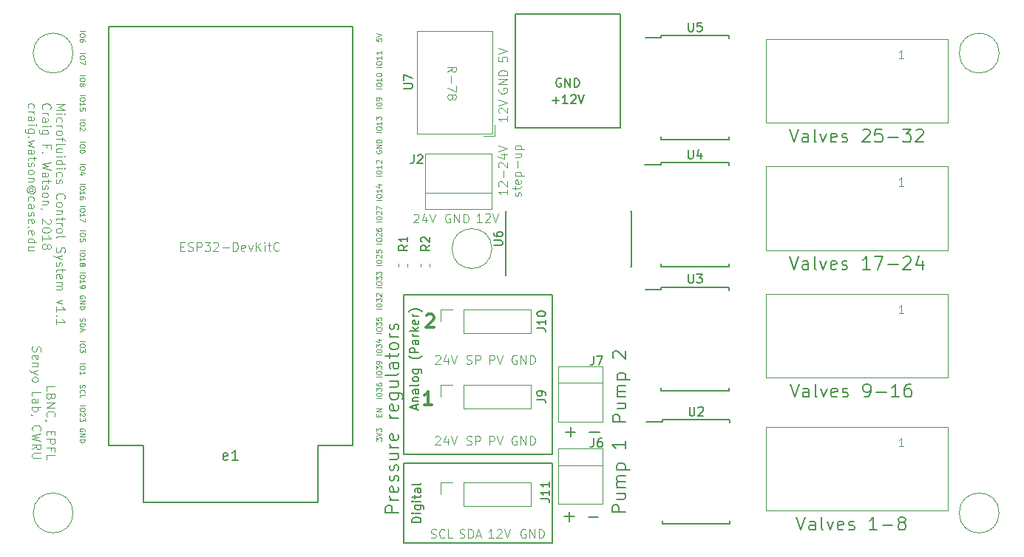
<source format=gto>
G04 #@! TF.GenerationSoftware,KiCad,Pcbnew,(5.0.1)-3*
G04 #@! TF.CreationDate,2018-10-30T11:50:23-04:00*
G04 #@! TF.ProjectId,ufcs,756663732E6B696361645F7063620000,rev?*
G04 #@! TF.SameCoordinates,Original*
G04 #@! TF.FileFunction,Legend,Top*
G04 #@! TF.FilePolarity,Positive*
%FSLAX46Y46*%
G04 Gerber Fmt 4.6, Leading zero omitted, Abs format (unit mm)*
G04 Created by KiCad (PCBNEW (5.0.1)-3) date 30-Oct-18 11:50:23*
%MOMM*%
%LPD*%
G01*
G04 APERTURE LIST*
%ADD10C,0.200000*%
%ADD11C,0.120000*%
%ADD12C,0.300000*%
%ADD13C,0.150000*%
G04 APERTURE END LIST*
D10*
X130175000Y-146240500D02*
X130175000Y-137096500D01*
X147193000Y-146240500D02*
X130175000Y-146240500D01*
X147193000Y-144716500D02*
X147193000Y-146240500D01*
X147193000Y-137096500D02*
X147193000Y-144716500D01*
X130175000Y-137096500D02*
X147193000Y-137096500D01*
X130175000Y-136080500D02*
X130683000Y-136080500D01*
X130175000Y-117792500D02*
X130175000Y-136080500D01*
X147193000Y-136080500D02*
X130683000Y-136080500D01*
X147193000Y-117792500D02*
X147193000Y-136080500D01*
X130175000Y-117792500D02*
X147193000Y-117792500D01*
D11*
X144145095Y-144724500D02*
X144049857Y-144676880D01*
X143907000Y-144676880D01*
X143764142Y-144724500D01*
X143668904Y-144819738D01*
X143621285Y-144914976D01*
X143573666Y-145105452D01*
X143573666Y-145248309D01*
X143621285Y-145438785D01*
X143668904Y-145534023D01*
X143764142Y-145629261D01*
X143907000Y-145676880D01*
X144002238Y-145676880D01*
X144145095Y-145629261D01*
X144192714Y-145581642D01*
X144192714Y-145248309D01*
X144002238Y-145248309D01*
X144621285Y-145676880D02*
X144621285Y-144676880D01*
X145192714Y-145676880D01*
X145192714Y-144676880D01*
X145668904Y-145676880D02*
X145668904Y-144676880D01*
X145907000Y-144676880D01*
X146049857Y-144724500D01*
X146145095Y-144819738D01*
X146192714Y-144914976D01*
X146240333Y-145105452D01*
X146240333Y-145248309D01*
X146192714Y-145438785D01*
X146145095Y-145534023D01*
X146049857Y-145629261D01*
X145907000Y-145676880D01*
X145668904Y-145676880D01*
X140477952Y-145676880D02*
X139906523Y-145676880D01*
X140192238Y-145676880D02*
X140192238Y-144676880D01*
X140097000Y-144819738D01*
X140001761Y-144914976D01*
X139906523Y-144962595D01*
X140858904Y-144772119D02*
X140906523Y-144724500D01*
X141001761Y-144676880D01*
X141239857Y-144676880D01*
X141335095Y-144724500D01*
X141382714Y-144772119D01*
X141430333Y-144867357D01*
X141430333Y-144962595D01*
X141382714Y-145105452D01*
X140811285Y-145676880D01*
X141430333Y-145676880D01*
X141716047Y-144676880D02*
X142049380Y-145676880D01*
X142382714Y-144676880D01*
X136580714Y-145629261D02*
X136723571Y-145676880D01*
X136961666Y-145676880D01*
X137056904Y-145629261D01*
X137104523Y-145581642D01*
X137152142Y-145486404D01*
X137152142Y-145391166D01*
X137104523Y-145295928D01*
X137056904Y-145248309D01*
X136961666Y-145200690D01*
X136771190Y-145153071D01*
X136675952Y-145105452D01*
X136628333Y-145057833D01*
X136580714Y-144962595D01*
X136580714Y-144867357D01*
X136628333Y-144772119D01*
X136675952Y-144724500D01*
X136771190Y-144676880D01*
X137009285Y-144676880D01*
X137152142Y-144724500D01*
X137580714Y-145676880D02*
X137580714Y-144676880D01*
X137818809Y-144676880D01*
X137961666Y-144724500D01*
X138056904Y-144819738D01*
X138104523Y-144914976D01*
X138152142Y-145105452D01*
X138152142Y-145248309D01*
X138104523Y-145438785D01*
X138056904Y-145534023D01*
X137961666Y-145629261D01*
X137818809Y-145676880D01*
X137580714Y-145676880D01*
X138533095Y-145391166D02*
X139009285Y-145391166D01*
X138437857Y-145676880D02*
X138771190Y-144676880D01*
X139104523Y-145676880D01*
X133302523Y-145629261D02*
X133445380Y-145676880D01*
X133683476Y-145676880D01*
X133778714Y-145629261D01*
X133826333Y-145581642D01*
X133873952Y-145486404D01*
X133873952Y-145391166D01*
X133826333Y-145295928D01*
X133778714Y-145248309D01*
X133683476Y-145200690D01*
X133493000Y-145153071D01*
X133397761Y-145105452D01*
X133350142Y-145057833D01*
X133302523Y-144962595D01*
X133302523Y-144867357D01*
X133350142Y-144772119D01*
X133397761Y-144724500D01*
X133493000Y-144676880D01*
X133731095Y-144676880D01*
X133873952Y-144724500D01*
X134873952Y-145581642D02*
X134826333Y-145629261D01*
X134683476Y-145676880D01*
X134588238Y-145676880D01*
X134445380Y-145629261D01*
X134350142Y-145534023D01*
X134302523Y-145438785D01*
X134254904Y-145248309D01*
X134254904Y-145105452D01*
X134302523Y-144914976D01*
X134350142Y-144819738D01*
X134445380Y-144724500D01*
X134588238Y-144676880D01*
X134683476Y-144676880D01*
X134826333Y-144724500D01*
X134873952Y-144772119D01*
X135778714Y-145676880D02*
X135302523Y-145676880D01*
X135302523Y-144676880D01*
D10*
X132151380Y-143858976D02*
X131151380Y-143858976D01*
X131151380Y-143620880D01*
X131199000Y-143478023D01*
X131294238Y-143382785D01*
X131389476Y-143335166D01*
X131579952Y-143287547D01*
X131722809Y-143287547D01*
X131913285Y-143335166D01*
X132008523Y-143382785D01*
X132103761Y-143478023D01*
X132151380Y-143620880D01*
X132151380Y-143858976D01*
X132151380Y-142858976D02*
X131484714Y-142858976D01*
X131151380Y-142858976D02*
X131199000Y-142906595D01*
X131246619Y-142858976D01*
X131199000Y-142811357D01*
X131151380Y-142858976D01*
X131246619Y-142858976D01*
X131484714Y-141954214D02*
X132294238Y-141954214D01*
X132389476Y-142001833D01*
X132437095Y-142049452D01*
X132484714Y-142144690D01*
X132484714Y-142287547D01*
X132437095Y-142382785D01*
X132103761Y-141954214D02*
X132151380Y-142049452D01*
X132151380Y-142239928D01*
X132103761Y-142335166D01*
X132056142Y-142382785D01*
X131960904Y-142430404D01*
X131675190Y-142430404D01*
X131579952Y-142382785D01*
X131532333Y-142335166D01*
X131484714Y-142239928D01*
X131484714Y-142049452D01*
X131532333Y-141954214D01*
X132151380Y-141478023D02*
X131484714Y-141478023D01*
X131151380Y-141478023D02*
X131199000Y-141525642D01*
X131246619Y-141478023D01*
X131199000Y-141430404D01*
X131151380Y-141478023D01*
X131246619Y-141478023D01*
X131484714Y-141144690D02*
X131484714Y-140763738D01*
X131151380Y-141001833D02*
X132008523Y-141001833D01*
X132103761Y-140954214D01*
X132151380Y-140858976D01*
X132151380Y-140763738D01*
X132151380Y-140001833D02*
X131627571Y-140001833D01*
X131532333Y-140049452D01*
X131484714Y-140144690D01*
X131484714Y-140335166D01*
X131532333Y-140430404D01*
X132103761Y-140001833D02*
X132151380Y-140097071D01*
X132151380Y-140335166D01*
X132103761Y-140430404D01*
X132008523Y-140478023D01*
X131913285Y-140478023D01*
X131818047Y-140430404D01*
X131770428Y-140335166D01*
X131770428Y-140097071D01*
X131722809Y-140001833D01*
X132151380Y-139382785D02*
X132103761Y-139478023D01*
X132008523Y-139525642D01*
X131151380Y-139525642D01*
X131611666Y-130920404D02*
X131611666Y-130444214D01*
X131897380Y-131015642D02*
X130897380Y-130682309D01*
X131897380Y-130348976D01*
X131230714Y-130015642D02*
X131897380Y-130015642D01*
X131325952Y-130015642D02*
X131278333Y-129968023D01*
X131230714Y-129872785D01*
X131230714Y-129729928D01*
X131278333Y-129634690D01*
X131373571Y-129587071D01*
X131897380Y-129587071D01*
X131897380Y-128682309D02*
X131373571Y-128682309D01*
X131278333Y-128729928D01*
X131230714Y-128825166D01*
X131230714Y-129015642D01*
X131278333Y-129110880D01*
X131849761Y-128682309D02*
X131897380Y-128777547D01*
X131897380Y-129015642D01*
X131849761Y-129110880D01*
X131754523Y-129158500D01*
X131659285Y-129158500D01*
X131564047Y-129110880D01*
X131516428Y-129015642D01*
X131516428Y-128777547D01*
X131468809Y-128682309D01*
X131897380Y-128063261D02*
X131849761Y-128158500D01*
X131754523Y-128206119D01*
X130897380Y-128206119D01*
X131897380Y-127539452D02*
X131849761Y-127634690D01*
X131802142Y-127682309D01*
X131706904Y-127729928D01*
X131421190Y-127729928D01*
X131325952Y-127682309D01*
X131278333Y-127634690D01*
X131230714Y-127539452D01*
X131230714Y-127396595D01*
X131278333Y-127301357D01*
X131325952Y-127253738D01*
X131421190Y-127206119D01*
X131706904Y-127206119D01*
X131802142Y-127253738D01*
X131849761Y-127301357D01*
X131897380Y-127396595D01*
X131897380Y-127539452D01*
X131230714Y-126348976D02*
X132040238Y-126348976D01*
X132135476Y-126396595D01*
X132183095Y-126444214D01*
X132230714Y-126539452D01*
X132230714Y-126682309D01*
X132183095Y-126777547D01*
X131849761Y-126348976D02*
X131897380Y-126444214D01*
X131897380Y-126634690D01*
X131849761Y-126729928D01*
X131802142Y-126777547D01*
X131706904Y-126825166D01*
X131421190Y-126825166D01*
X131325952Y-126777547D01*
X131278333Y-126729928D01*
X131230714Y-126634690D01*
X131230714Y-126444214D01*
X131278333Y-126348976D01*
X132278333Y-124825166D02*
X132230714Y-124872785D01*
X132087857Y-124968023D01*
X131992619Y-125015642D01*
X131849761Y-125063261D01*
X131611666Y-125110880D01*
X131421190Y-125110880D01*
X131183095Y-125063261D01*
X131040238Y-125015642D01*
X130945000Y-124968023D01*
X130802142Y-124872785D01*
X130754523Y-124825166D01*
X131897380Y-124444214D02*
X130897380Y-124444214D01*
X130897380Y-124063261D01*
X130945000Y-123968023D01*
X130992619Y-123920404D01*
X131087857Y-123872785D01*
X131230714Y-123872785D01*
X131325952Y-123920404D01*
X131373571Y-123968023D01*
X131421190Y-124063261D01*
X131421190Y-124444214D01*
X131897380Y-123015642D02*
X131373571Y-123015642D01*
X131278333Y-123063261D01*
X131230714Y-123158500D01*
X131230714Y-123348976D01*
X131278333Y-123444214D01*
X131849761Y-123015642D02*
X131897380Y-123110880D01*
X131897380Y-123348976D01*
X131849761Y-123444214D01*
X131754523Y-123491833D01*
X131659285Y-123491833D01*
X131564047Y-123444214D01*
X131516428Y-123348976D01*
X131516428Y-123110880D01*
X131468809Y-123015642D01*
X131897380Y-122539452D02*
X131230714Y-122539452D01*
X131421190Y-122539452D02*
X131325952Y-122491833D01*
X131278333Y-122444214D01*
X131230714Y-122348976D01*
X131230714Y-122253738D01*
X131897380Y-121920404D02*
X130897380Y-121920404D01*
X131516428Y-121825166D02*
X131897380Y-121539452D01*
X131230714Y-121539452D02*
X131611666Y-121920404D01*
X131849761Y-120729928D02*
X131897380Y-120825166D01*
X131897380Y-121015642D01*
X131849761Y-121110880D01*
X131754523Y-121158500D01*
X131373571Y-121158500D01*
X131278333Y-121110880D01*
X131230714Y-121015642D01*
X131230714Y-120825166D01*
X131278333Y-120729928D01*
X131373571Y-120682309D01*
X131468809Y-120682309D01*
X131564047Y-121158500D01*
X131897380Y-120253738D02*
X131230714Y-120253738D01*
X131421190Y-120253738D02*
X131325952Y-120206119D01*
X131278333Y-120158500D01*
X131230714Y-120063261D01*
X131230714Y-119968023D01*
X132278333Y-119729928D02*
X132230714Y-119682309D01*
X132087857Y-119587071D01*
X131992619Y-119539452D01*
X131849761Y-119491833D01*
X131611666Y-119444214D01*
X131421190Y-119444214D01*
X131183095Y-119491833D01*
X131040238Y-119539452D01*
X130945000Y-119587071D01*
X130802142Y-119682309D01*
X130754523Y-119729928D01*
X129583571Y-142802214D02*
X128083571Y-142802214D01*
X128083571Y-142230785D01*
X128155000Y-142087928D01*
X128226428Y-142016500D01*
X128369285Y-141945071D01*
X128583571Y-141945071D01*
X128726428Y-142016500D01*
X128797857Y-142087928D01*
X128869285Y-142230785D01*
X128869285Y-142802214D01*
X129583571Y-141302214D02*
X128583571Y-141302214D01*
X128869285Y-141302214D02*
X128726428Y-141230785D01*
X128655000Y-141159357D01*
X128583571Y-141016500D01*
X128583571Y-140873642D01*
X129512142Y-139802214D02*
X129583571Y-139945071D01*
X129583571Y-140230785D01*
X129512142Y-140373642D01*
X129369285Y-140445071D01*
X128797857Y-140445071D01*
X128655000Y-140373642D01*
X128583571Y-140230785D01*
X128583571Y-139945071D01*
X128655000Y-139802214D01*
X128797857Y-139730785D01*
X128940714Y-139730785D01*
X129083571Y-140445071D01*
X129512142Y-139159357D02*
X129583571Y-139016500D01*
X129583571Y-138730785D01*
X129512142Y-138587928D01*
X129369285Y-138516500D01*
X129297857Y-138516500D01*
X129155000Y-138587928D01*
X129083571Y-138730785D01*
X129083571Y-138945071D01*
X129012142Y-139087928D01*
X128869285Y-139159357D01*
X128797857Y-139159357D01*
X128655000Y-139087928D01*
X128583571Y-138945071D01*
X128583571Y-138730785D01*
X128655000Y-138587928D01*
X129512142Y-137945071D02*
X129583571Y-137802214D01*
X129583571Y-137516500D01*
X129512142Y-137373642D01*
X129369285Y-137302214D01*
X129297857Y-137302214D01*
X129155000Y-137373642D01*
X129083571Y-137516500D01*
X129083571Y-137730785D01*
X129012142Y-137873642D01*
X128869285Y-137945071D01*
X128797857Y-137945071D01*
X128655000Y-137873642D01*
X128583571Y-137730785D01*
X128583571Y-137516500D01*
X128655000Y-137373642D01*
X128583571Y-136016500D02*
X129583571Y-136016500D01*
X128583571Y-136659357D02*
X129369285Y-136659357D01*
X129512142Y-136587928D01*
X129583571Y-136445071D01*
X129583571Y-136230785D01*
X129512142Y-136087928D01*
X129440714Y-136016500D01*
X129583571Y-135302214D02*
X128583571Y-135302214D01*
X128869285Y-135302214D02*
X128726428Y-135230785D01*
X128655000Y-135159357D01*
X128583571Y-135016500D01*
X128583571Y-134873642D01*
X129512142Y-133802214D02*
X129583571Y-133945071D01*
X129583571Y-134230785D01*
X129512142Y-134373642D01*
X129369285Y-134445071D01*
X128797857Y-134445071D01*
X128655000Y-134373642D01*
X128583571Y-134230785D01*
X128583571Y-133945071D01*
X128655000Y-133802214D01*
X128797857Y-133730785D01*
X128940714Y-133730785D01*
X129083571Y-134445071D01*
X129583571Y-131945071D02*
X128583571Y-131945071D01*
X128869285Y-131945071D02*
X128726428Y-131873642D01*
X128655000Y-131802214D01*
X128583571Y-131659357D01*
X128583571Y-131516500D01*
X129512142Y-130445071D02*
X129583571Y-130587928D01*
X129583571Y-130873642D01*
X129512142Y-131016500D01*
X129369285Y-131087928D01*
X128797857Y-131087928D01*
X128655000Y-131016500D01*
X128583571Y-130873642D01*
X128583571Y-130587928D01*
X128655000Y-130445071D01*
X128797857Y-130373642D01*
X128940714Y-130373642D01*
X129083571Y-131087928D01*
X128583571Y-129087928D02*
X129797857Y-129087928D01*
X129940714Y-129159357D01*
X130012142Y-129230785D01*
X130083571Y-129373642D01*
X130083571Y-129587928D01*
X130012142Y-129730785D01*
X129512142Y-129087928D02*
X129583571Y-129230785D01*
X129583571Y-129516500D01*
X129512142Y-129659357D01*
X129440714Y-129730785D01*
X129297857Y-129802214D01*
X128869285Y-129802214D01*
X128726428Y-129730785D01*
X128655000Y-129659357D01*
X128583571Y-129516500D01*
X128583571Y-129230785D01*
X128655000Y-129087928D01*
X128583571Y-127730785D02*
X129583571Y-127730785D01*
X128583571Y-128373642D02*
X129369285Y-128373642D01*
X129512142Y-128302214D01*
X129583571Y-128159357D01*
X129583571Y-127945071D01*
X129512142Y-127802214D01*
X129440714Y-127730785D01*
X129583571Y-126802214D02*
X129512142Y-126945071D01*
X129369285Y-127016500D01*
X128083571Y-127016500D01*
X129583571Y-125587928D02*
X128797857Y-125587928D01*
X128655000Y-125659357D01*
X128583571Y-125802214D01*
X128583571Y-126087928D01*
X128655000Y-126230785D01*
X129512142Y-125587928D02*
X129583571Y-125730785D01*
X129583571Y-126087928D01*
X129512142Y-126230785D01*
X129369285Y-126302214D01*
X129226428Y-126302214D01*
X129083571Y-126230785D01*
X129012142Y-126087928D01*
X129012142Y-125730785D01*
X128940714Y-125587928D01*
X128583571Y-125087928D02*
X128583571Y-124516500D01*
X128083571Y-124873642D02*
X129369285Y-124873642D01*
X129512142Y-124802214D01*
X129583571Y-124659357D01*
X129583571Y-124516500D01*
X129583571Y-123802214D02*
X129512142Y-123945071D01*
X129440714Y-124016500D01*
X129297857Y-124087928D01*
X128869285Y-124087928D01*
X128726428Y-124016500D01*
X128655000Y-123945071D01*
X128583571Y-123802214D01*
X128583571Y-123587928D01*
X128655000Y-123445071D01*
X128726428Y-123373642D01*
X128869285Y-123302214D01*
X129297857Y-123302214D01*
X129440714Y-123373642D01*
X129512142Y-123445071D01*
X129583571Y-123587928D01*
X129583571Y-123802214D01*
X129583571Y-122659357D02*
X128583571Y-122659357D01*
X128869285Y-122659357D02*
X128726428Y-122587928D01*
X128655000Y-122516500D01*
X128583571Y-122373642D01*
X128583571Y-122230785D01*
X129512142Y-121802214D02*
X129583571Y-121659357D01*
X129583571Y-121373642D01*
X129512142Y-121230785D01*
X129369285Y-121159357D01*
X129297857Y-121159357D01*
X129155000Y-121230785D01*
X129083571Y-121373642D01*
X129083571Y-121587928D01*
X129012142Y-121730785D01*
X128869285Y-121802214D01*
X128797857Y-121802214D01*
X128655000Y-121730785D01*
X128583571Y-121587928D01*
X128583571Y-121373642D01*
X128655000Y-121230785D01*
D11*
X142009380Y-105758976D02*
X142009380Y-106330404D01*
X142009380Y-106044690D02*
X141009380Y-106044690D01*
X141152238Y-106139928D01*
X141247476Y-106235166D01*
X141295095Y-106330404D01*
X141104619Y-105378023D02*
X141057000Y-105330404D01*
X141009380Y-105235166D01*
X141009380Y-104997071D01*
X141057000Y-104901833D01*
X141104619Y-104854214D01*
X141199857Y-104806595D01*
X141295095Y-104806595D01*
X141437952Y-104854214D01*
X142009380Y-105425642D01*
X142009380Y-104806595D01*
X141628428Y-104378023D02*
X141628428Y-103616119D01*
X141104619Y-103187547D02*
X141057000Y-103139928D01*
X141009380Y-103044690D01*
X141009380Y-102806595D01*
X141057000Y-102711357D01*
X141104619Y-102663738D01*
X141199857Y-102616119D01*
X141295095Y-102616119D01*
X141437952Y-102663738D01*
X142009380Y-103235166D01*
X142009380Y-102616119D01*
X141342714Y-101758976D02*
X142009380Y-101758976D01*
X140961761Y-101997071D02*
X141676047Y-102235166D01*
X141676047Y-101616119D01*
X141009380Y-101378023D02*
X142009380Y-101044690D01*
X141009380Y-100711357D01*
X143581761Y-106473261D02*
X143629380Y-106378023D01*
X143629380Y-106187547D01*
X143581761Y-106092309D01*
X143486523Y-106044690D01*
X143438904Y-106044690D01*
X143343666Y-106092309D01*
X143296047Y-106187547D01*
X143296047Y-106330404D01*
X143248428Y-106425642D01*
X143153190Y-106473261D01*
X143105571Y-106473261D01*
X143010333Y-106425642D01*
X142962714Y-106330404D01*
X142962714Y-106187547D01*
X143010333Y-106092309D01*
X142962714Y-105758976D02*
X142962714Y-105378023D01*
X142629380Y-105616119D02*
X143486523Y-105616119D01*
X143581761Y-105568500D01*
X143629380Y-105473261D01*
X143629380Y-105378023D01*
X143581761Y-104663738D02*
X143629380Y-104758976D01*
X143629380Y-104949452D01*
X143581761Y-105044690D01*
X143486523Y-105092309D01*
X143105571Y-105092309D01*
X143010333Y-105044690D01*
X142962714Y-104949452D01*
X142962714Y-104758976D01*
X143010333Y-104663738D01*
X143105571Y-104616119D01*
X143200809Y-104616119D01*
X143296047Y-105092309D01*
X142962714Y-104187547D02*
X143962714Y-104187547D01*
X143010333Y-104187547D02*
X142962714Y-104092309D01*
X142962714Y-103901833D01*
X143010333Y-103806595D01*
X143057952Y-103758976D01*
X143153190Y-103711357D01*
X143438904Y-103711357D01*
X143534142Y-103758976D01*
X143581761Y-103806595D01*
X143629380Y-103901833D01*
X143629380Y-104092309D01*
X143581761Y-104187547D01*
X143248428Y-103282785D02*
X143248428Y-102520880D01*
X142962714Y-101616119D02*
X143629380Y-101616119D01*
X142962714Y-102044690D02*
X143486523Y-102044690D01*
X143581761Y-101997071D01*
X143629380Y-101901833D01*
X143629380Y-101758976D01*
X143581761Y-101663738D01*
X143534142Y-101616119D01*
X142962714Y-101139928D02*
X143962714Y-101139928D01*
X143010333Y-101139928D02*
X142962714Y-101044690D01*
X142962714Y-100854214D01*
X143010333Y-100758976D01*
X143057952Y-100711357D01*
X143153190Y-100663738D01*
X143438904Y-100663738D01*
X143534142Y-100711357D01*
X143581761Y-100758976D01*
X143629380Y-100854214D01*
X143629380Y-101044690D01*
X143581761Y-101139928D01*
X89257619Y-128812119D02*
X89257619Y-128335928D01*
X90257619Y-128335928D01*
X89781428Y-129478785D02*
X89733809Y-129621642D01*
X89686190Y-129669261D01*
X89590952Y-129716880D01*
X89448095Y-129716880D01*
X89352857Y-129669261D01*
X89305238Y-129621642D01*
X89257619Y-129526404D01*
X89257619Y-129145452D01*
X90257619Y-129145452D01*
X90257619Y-129478785D01*
X90210000Y-129574023D01*
X90162380Y-129621642D01*
X90067142Y-129669261D01*
X89971904Y-129669261D01*
X89876666Y-129621642D01*
X89829047Y-129574023D01*
X89781428Y-129478785D01*
X89781428Y-129145452D01*
X89257619Y-130145452D02*
X90257619Y-130145452D01*
X89257619Y-130716880D01*
X90257619Y-130716880D01*
X89352857Y-131764500D02*
X89305238Y-131716880D01*
X89257619Y-131574023D01*
X89257619Y-131478785D01*
X89305238Y-131335928D01*
X89400476Y-131240690D01*
X89495714Y-131193071D01*
X89686190Y-131145452D01*
X89829047Y-131145452D01*
X90019523Y-131193071D01*
X90114761Y-131240690D01*
X90210000Y-131335928D01*
X90257619Y-131478785D01*
X90257619Y-131574023D01*
X90210000Y-131716880D01*
X90162380Y-131764500D01*
X89305238Y-132240690D02*
X89257619Y-132240690D01*
X89162380Y-132193071D01*
X89114761Y-132145452D01*
X89781428Y-133431166D02*
X89781428Y-133764500D01*
X89257619Y-133907357D02*
X89257619Y-133431166D01*
X90257619Y-133431166D01*
X90257619Y-133907357D01*
X89257619Y-134335928D02*
X90257619Y-134335928D01*
X90257619Y-134716880D01*
X90210000Y-134812119D01*
X90162380Y-134859738D01*
X90067142Y-134907357D01*
X89924285Y-134907357D01*
X89829047Y-134859738D01*
X89781428Y-134812119D01*
X89733809Y-134716880D01*
X89733809Y-134335928D01*
X89781428Y-135669261D02*
X89781428Y-135335928D01*
X89257619Y-135335928D02*
X90257619Y-135335928D01*
X90257619Y-135812119D01*
X89257619Y-136669261D02*
X89257619Y-136193071D01*
X90257619Y-136193071D01*
X87685238Y-123764500D02*
X87637619Y-123907357D01*
X87637619Y-124145452D01*
X87685238Y-124240690D01*
X87732857Y-124288309D01*
X87828095Y-124335928D01*
X87923333Y-124335928D01*
X88018571Y-124288309D01*
X88066190Y-124240690D01*
X88113809Y-124145452D01*
X88161428Y-123954976D01*
X88209047Y-123859738D01*
X88256666Y-123812119D01*
X88351904Y-123764500D01*
X88447142Y-123764500D01*
X88542380Y-123812119D01*
X88590000Y-123859738D01*
X88637619Y-123954976D01*
X88637619Y-124193071D01*
X88590000Y-124335928D01*
X87685238Y-125145452D02*
X87637619Y-125050214D01*
X87637619Y-124859738D01*
X87685238Y-124764500D01*
X87780476Y-124716880D01*
X88161428Y-124716880D01*
X88256666Y-124764500D01*
X88304285Y-124859738D01*
X88304285Y-125050214D01*
X88256666Y-125145452D01*
X88161428Y-125193071D01*
X88066190Y-125193071D01*
X87970952Y-124716880D01*
X88304285Y-125621642D02*
X87637619Y-125621642D01*
X88209047Y-125621642D02*
X88256666Y-125669261D01*
X88304285Y-125764500D01*
X88304285Y-125907357D01*
X88256666Y-126002595D01*
X88161428Y-126050214D01*
X87637619Y-126050214D01*
X88304285Y-126431166D02*
X87637619Y-126669261D01*
X88304285Y-126907357D02*
X87637619Y-126669261D01*
X87399523Y-126574023D01*
X87351904Y-126526404D01*
X87304285Y-126431166D01*
X87637619Y-127431166D02*
X87685238Y-127335928D01*
X87732857Y-127288309D01*
X87828095Y-127240690D01*
X88113809Y-127240690D01*
X88209047Y-127288309D01*
X88256666Y-127335928D01*
X88304285Y-127431166D01*
X88304285Y-127574023D01*
X88256666Y-127669261D01*
X88209047Y-127716880D01*
X88113809Y-127764500D01*
X87828095Y-127764500D01*
X87732857Y-127716880D01*
X87685238Y-127669261D01*
X87637619Y-127574023D01*
X87637619Y-127431166D01*
X87637619Y-129431166D02*
X87637619Y-128954976D01*
X88637619Y-128954976D01*
X87637619Y-130193071D02*
X88161428Y-130193071D01*
X88256666Y-130145452D01*
X88304285Y-130050214D01*
X88304285Y-129859738D01*
X88256666Y-129764500D01*
X87685238Y-130193071D02*
X87637619Y-130097833D01*
X87637619Y-129859738D01*
X87685238Y-129764500D01*
X87780476Y-129716880D01*
X87875714Y-129716880D01*
X87970952Y-129764500D01*
X88018571Y-129859738D01*
X88018571Y-130097833D01*
X88066190Y-130193071D01*
X87637619Y-130669261D02*
X88637619Y-130669261D01*
X88256666Y-130669261D02*
X88304285Y-130764500D01*
X88304285Y-130954976D01*
X88256666Y-131050214D01*
X88209047Y-131097833D01*
X88113809Y-131145452D01*
X87828095Y-131145452D01*
X87732857Y-131097833D01*
X87685238Y-131050214D01*
X87637619Y-130954976D01*
X87637619Y-130764500D01*
X87685238Y-130669261D01*
X87685238Y-131621642D02*
X87637619Y-131621642D01*
X87542380Y-131574023D01*
X87494761Y-131526404D01*
X87732857Y-133383547D02*
X87685238Y-133335928D01*
X87637619Y-133193071D01*
X87637619Y-133097833D01*
X87685238Y-132954976D01*
X87780476Y-132859738D01*
X87875714Y-132812119D01*
X88066190Y-132764500D01*
X88209047Y-132764500D01*
X88399523Y-132812119D01*
X88494761Y-132859738D01*
X88590000Y-132954976D01*
X88637619Y-133097833D01*
X88637619Y-133193071D01*
X88590000Y-133335928D01*
X88542380Y-133383547D01*
X88637619Y-133716880D02*
X87637619Y-133954976D01*
X88351904Y-134145452D01*
X87637619Y-134335928D01*
X88637619Y-134574023D01*
X87637619Y-135526404D02*
X88113809Y-135193071D01*
X87637619Y-134954976D02*
X88637619Y-134954976D01*
X88637619Y-135335928D01*
X88590000Y-135431166D01*
X88542380Y-135478785D01*
X88447142Y-135526404D01*
X88304285Y-135526404D01*
X88209047Y-135478785D01*
X88161428Y-135431166D01*
X88113809Y-135335928D01*
X88113809Y-134954976D01*
X88637619Y-135954976D02*
X87828095Y-135954976D01*
X87732857Y-136002595D01*
X87685238Y-136050214D01*
X87637619Y-136145452D01*
X87637619Y-136335928D01*
X87685238Y-136431166D01*
X87732857Y-136478785D01*
X87828095Y-136526404D01*
X88637619Y-136526404D01*
D10*
X148209095Y-93035500D02*
X148113857Y-92987880D01*
X147971000Y-92987880D01*
X147828142Y-93035500D01*
X147732904Y-93130738D01*
X147685285Y-93225976D01*
X147637666Y-93416452D01*
X147637666Y-93559309D01*
X147685285Y-93749785D01*
X147732904Y-93845023D01*
X147828142Y-93940261D01*
X147971000Y-93987880D01*
X148066238Y-93987880D01*
X148209095Y-93940261D01*
X148256714Y-93892642D01*
X148256714Y-93559309D01*
X148066238Y-93559309D01*
X148685285Y-93987880D02*
X148685285Y-92987880D01*
X149256714Y-93987880D01*
X149256714Y-92987880D01*
X149732904Y-93987880D02*
X149732904Y-92987880D01*
X149971000Y-92987880D01*
X150113857Y-93035500D01*
X150209095Y-93130738D01*
X150256714Y-93225976D01*
X150304333Y-93416452D01*
X150304333Y-93559309D01*
X150256714Y-93749785D01*
X150209095Y-93845023D01*
X150113857Y-93940261D01*
X149971000Y-93987880D01*
X149732904Y-93987880D01*
X147209095Y-95511928D02*
X147971000Y-95511928D01*
X147590047Y-95892880D02*
X147590047Y-95130976D01*
X148971000Y-95892880D02*
X148399571Y-95892880D01*
X148685285Y-95892880D02*
X148685285Y-94892880D01*
X148590047Y-95035738D01*
X148494809Y-95130976D01*
X148399571Y-95178595D01*
X149351952Y-94988119D02*
X149399571Y-94940500D01*
X149494809Y-94892880D01*
X149732904Y-94892880D01*
X149828142Y-94940500D01*
X149875761Y-94988119D01*
X149923380Y-95083357D01*
X149923380Y-95178595D01*
X149875761Y-95321452D01*
X149304333Y-95892880D01*
X149923380Y-95892880D01*
X150209095Y-94892880D02*
X150542428Y-95892880D01*
X150875761Y-94892880D01*
D11*
X104640761Y-112260071D02*
X104974095Y-112260071D01*
X105116952Y-112783880D02*
X104640761Y-112783880D01*
X104640761Y-111783880D01*
X105116952Y-111783880D01*
X105497904Y-112736261D02*
X105640761Y-112783880D01*
X105878857Y-112783880D01*
X105974095Y-112736261D01*
X106021714Y-112688642D01*
X106069333Y-112593404D01*
X106069333Y-112498166D01*
X106021714Y-112402928D01*
X105974095Y-112355309D01*
X105878857Y-112307690D01*
X105688380Y-112260071D01*
X105593142Y-112212452D01*
X105545523Y-112164833D01*
X105497904Y-112069595D01*
X105497904Y-111974357D01*
X105545523Y-111879119D01*
X105593142Y-111831500D01*
X105688380Y-111783880D01*
X105926476Y-111783880D01*
X106069333Y-111831500D01*
X106497904Y-112783880D02*
X106497904Y-111783880D01*
X106878857Y-111783880D01*
X106974095Y-111831500D01*
X107021714Y-111879119D01*
X107069333Y-111974357D01*
X107069333Y-112117214D01*
X107021714Y-112212452D01*
X106974095Y-112260071D01*
X106878857Y-112307690D01*
X106497904Y-112307690D01*
X107402666Y-111783880D02*
X108021714Y-111783880D01*
X107688380Y-112164833D01*
X107831238Y-112164833D01*
X107926476Y-112212452D01*
X107974095Y-112260071D01*
X108021714Y-112355309D01*
X108021714Y-112593404D01*
X107974095Y-112688642D01*
X107926476Y-112736261D01*
X107831238Y-112783880D01*
X107545523Y-112783880D01*
X107450285Y-112736261D01*
X107402666Y-112688642D01*
X108402666Y-111879119D02*
X108450285Y-111831500D01*
X108545523Y-111783880D01*
X108783619Y-111783880D01*
X108878857Y-111831500D01*
X108926476Y-111879119D01*
X108974095Y-111974357D01*
X108974095Y-112069595D01*
X108926476Y-112212452D01*
X108355047Y-112783880D01*
X108974095Y-112783880D01*
X109402666Y-112402928D02*
X110164571Y-112402928D01*
X110640761Y-112783880D02*
X110640761Y-111783880D01*
X110878857Y-111783880D01*
X111021714Y-111831500D01*
X111116952Y-111926738D01*
X111164571Y-112021976D01*
X111212190Y-112212452D01*
X111212190Y-112355309D01*
X111164571Y-112545785D01*
X111116952Y-112641023D01*
X111021714Y-112736261D01*
X110878857Y-112783880D01*
X110640761Y-112783880D01*
X112021714Y-112736261D02*
X111926476Y-112783880D01*
X111736000Y-112783880D01*
X111640761Y-112736261D01*
X111593142Y-112641023D01*
X111593142Y-112260071D01*
X111640761Y-112164833D01*
X111736000Y-112117214D01*
X111926476Y-112117214D01*
X112021714Y-112164833D01*
X112069333Y-112260071D01*
X112069333Y-112355309D01*
X111593142Y-112450547D01*
X112402666Y-112117214D02*
X112640761Y-112783880D01*
X112878857Y-112117214D01*
X113259809Y-112783880D02*
X113259809Y-111783880D01*
X113831238Y-112783880D02*
X113402666Y-112212452D01*
X113831238Y-111783880D02*
X113259809Y-112355309D01*
X114259809Y-112783880D02*
X114259809Y-112117214D01*
X114259809Y-111783880D02*
X114212190Y-111831500D01*
X114259809Y-111879119D01*
X114307428Y-111831500D01*
X114259809Y-111783880D01*
X114259809Y-111879119D01*
X114593142Y-112117214D02*
X114974095Y-112117214D01*
X114736000Y-111783880D02*
X114736000Y-112641023D01*
X114783619Y-112736261D01*
X114878857Y-112783880D01*
X114974095Y-112783880D01*
X115878857Y-112688642D02*
X115831238Y-112736261D01*
X115688380Y-112783880D01*
X115593142Y-112783880D01*
X115450285Y-112736261D01*
X115355047Y-112641023D01*
X115307428Y-112545785D01*
X115259809Y-112355309D01*
X115259809Y-112212452D01*
X115307428Y-112021976D01*
X115355047Y-111926738D01*
X115450285Y-111831500D01*
X115593142Y-111783880D01*
X115688380Y-111783880D01*
X115831238Y-111831500D01*
X115878857Y-111879119D01*
X90385119Y-95947095D02*
X91385119Y-95947095D01*
X90670833Y-96280428D01*
X91385119Y-96613761D01*
X90385119Y-96613761D01*
X90385119Y-97089952D02*
X91051785Y-97089952D01*
X91385119Y-97089952D02*
X91337500Y-97042333D01*
X91289880Y-97089952D01*
X91337500Y-97137571D01*
X91385119Y-97089952D01*
X91289880Y-97089952D01*
X90432738Y-97994714D02*
X90385119Y-97899476D01*
X90385119Y-97709000D01*
X90432738Y-97613761D01*
X90480357Y-97566142D01*
X90575595Y-97518523D01*
X90861309Y-97518523D01*
X90956547Y-97566142D01*
X91004166Y-97613761D01*
X91051785Y-97709000D01*
X91051785Y-97899476D01*
X91004166Y-97994714D01*
X90385119Y-98423285D02*
X91051785Y-98423285D01*
X90861309Y-98423285D02*
X90956547Y-98470904D01*
X91004166Y-98518523D01*
X91051785Y-98613761D01*
X91051785Y-98709000D01*
X90385119Y-99185190D02*
X90432738Y-99089952D01*
X90480357Y-99042333D01*
X90575595Y-98994714D01*
X90861309Y-98994714D01*
X90956547Y-99042333D01*
X91004166Y-99089952D01*
X91051785Y-99185190D01*
X91051785Y-99328047D01*
X91004166Y-99423285D01*
X90956547Y-99470904D01*
X90861309Y-99518523D01*
X90575595Y-99518523D01*
X90480357Y-99470904D01*
X90432738Y-99423285D01*
X90385119Y-99328047D01*
X90385119Y-99185190D01*
X91051785Y-99804238D02*
X91051785Y-100185190D01*
X90385119Y-99947095D02*
X91242261Y-99947095D01*
X91337500Y-99994714D01*
X91385119Y-100089952D01*
X91385119Y-100185190D01*
X90385119Y-100661380D02*
X90432738Y-100566142D01*
X90527976Y-100518523D01*
X91385119Y-100518523D01*
X91051785Y-101470904D02*
X90385119Y-101470904D01*
X91051785Y-101042333D02*
X90527976Y-101042333D01*
X90432738Y-101089952D01*
X90385119Y-101185190D01*
X90385119Y-101328047D01*
X90432738Y-101423285D01*
X90480357Y-101470904D01*
X90385119Y-101947095D02*
X91051785Y-101947095D01*
X91385119Y-101947095D02*
X91337500Y-101899476D01*
X91289880Y-101947095D01*
X91337500Y-101994714D01*
X91385119Y-101947095D01*
X91289880Y-101947095D01*
X90385119Y-102851857D02*
X91385119Y-102851857D01*
X90432738Y-102851857D02*
X90385119Y-102756619D01*
X90385119Y-102566142D01*
X90432738Y-102470904D01*
X90480357Y-102423285D01*
X90575595Y-102375666D01*
X90861309Y-102375666D01*
X90956547Y-102423285D01*
X91004166Y-102470904D01*
X91051785Y-102566142D01*
X91051785Y-102756619D01*
X91004166Y-102851857D01*
X90385119Y-103328047D02*
X91051785Y-103328047D01*
X91385119Y-103328047D02*
X91337500Y-103280428D01*
X91289880Y-103328047D01*
X91337500Y-103375666D01*
X91385119Y-103328047D01*
X91289880Y-103328047D01*
X90432738Y-104232809D02*
X90385119Y-104137571D01*
X90385119Y-103947095D01*
X90432738Y-103851857D01*
X90480357Y-103804238D01*
X90575595Y-103756619D01*
X90861309Y-103756619D01*
X90956547Y-103804238D01*
X91004166Y-103851857D01*
X91051785Y-103947095D01*
X91051785Y-104137571D01*
X91004166Y-104232809D01*
X90432738Y-104613761D02*
X90385119Y-104709000D01*
X90385119Y-104899476D01*
X90432738Y-104994714D01*
X90527976Y-105042333D01*
X90575595Y-105042333D01*
X90670833Y-104994714D01*
X90718452Y-104899476D01*
X90718452Y-104756619D01*
X90766071Y-104661380D01*
X90861309Y-104613761D01*
X90908928Y-104613761D01*
X91004166Y-104661380D01*
X91051785Y-104756619D01*
X91051785Y-104899476D01*
X91004166Y-104994714D01*
X90480357Y-106804238D02*
X90432738Y-106756619D01*
X90385119Y-106613761D01*
X90385119Y-106518523D01*
X90432738Y-106375666D01*
X90527976Y-106280428D01*
X90623214Y-106232809D01*
X90813690Y-106185190D01*
X90956547Y-106185190D01*
X91147023Y-106232809D01*
X91242261Y-106280428D01*
X91337500Y-106375666D01*
X91385119Y-106518523D01*
X91385119Y-106613761D01*
X91337500Y-106756619D01*
X91289880Y-106804238D01*
X90385119Y-107375666D02*
X90432738Y-107280428D01*
X90480357Y-107232809D01*
X90575595Y-107185190D01*
X90861309Y-107185190D01*
X90956547Y-107232809D01*
X91004166Y-107280428D01*
X91051785Y-107375666D01*
X91051785Y-107518523D01*
X91004166Y-107613761D01*
X90956547Y-107661380D01*
X90861309Y-107709000D01*
X90575595Y-107709000D01*
X90480357Y-107661380D01*
X90432738Y-107613761D01*
X90385119Y-107518523D01*
X90385119Y-107375666D01*
X91051785Y-108137571D02*
X90385119Y-108137571D01*
X90956547Y-108137571D02*
X91004166Y-108185190D01*
X91051785Y-108280428D01*
X91051785Y-108423285D01*
X91004166Y-108518523D01*
X90908928Y-108566142D01*
X90385119Y-108566142D01*
X91051785Y-108899476D02*
X91051785Y-109280428D01*
X91385119Y-109042333D02*
X90527976Y-109042333D01*
X90432738Y-109089952D01*
X90385119Y-109185190D01*
X90385119Y-109280428D01*
X90385119Y-109613761D02*
X91051785Y-109613761D01*
X90861309Y-109613761D02*
X90956547Y-109661380D01*
X91004166Y-109709000D01*
X91051785Y-109804238D01*
X91051785Y-109899476D01*
X90385119Y-110375666D02*
X90432738Y-110280428D01*
X90480357Y-110232809D01*
X90575595Y-110185190D01*
X90861309Y-110185190D01*
X90956547Y-110232809D01*
X91004166Y-110280428D01*
X91051785Y-110375666D01*
X91051785Y-110518523D01*
X91004166Y-110613761D01*
X90956547Y-110661380D01*
X90861309Y-110709000D01*
X90575595Y-110709000D01*
X90480357Y-110661380D01*
X90432738Y-110613761D01*
X90385119Y-110518523D01*
X90385119Y-110375666D01*
X90385119Y-111280428D02*
X90432738Y-111185190D01*
X90527976Y-111137571D01*
X91385119Y-111137571D01*
X90432738Y-112375666D02*
X90385119Y-112518523D01*
X90385119Y-112756619D01*
X90432738Y-112851857D01*
X90480357Y-112899476D01*
X90575595Y-112947095D01*
X90670833Y-112947095D01*
X90766071Y-112899476D01*
X90813690Y-112851857D01*
X90861309Y-112756619D01*
X90908928Y-112566142D01*
X90956547Y-112470904D01*
X91004166Y-112423285D01*
X91099404Y-112375666D01*
X91194642Y-112375666D01*
X91289880Y-112423285D01*
X91337500Y-112470904D01*
X91385119Y-112566142D01*
X91385119Y-112804238D01*
X91337500Y-112947095D01*
X91051785Y-113280428D02*
X90385119Y-113518523D01*
X91051785Y-113756619D02*
X90385119Y-113518523D01*
X90147023Y-113423285D01*
X90099404Y-113375666D01*
X90051785Y-113280428D01*
X90432738Y-114089952D02*
X90385119Y-114185190D01*
X90385119Y-114375666D01*
X90432738Y-114470904D01*
X90527976Y-114518523D01*
X90575595Y-114518523D01*
X90670833Y-114470904D01*
X90718452Y-114375666D01*
X90718452Y-114232809D01*
X90766071Y-114137571D01*
X90861309Y-114089952D01*
X90908928Y-114089952D01*
X91004166Y-114137571D01*
X91051785Y-114232809D01*
X91051785Y-114375666D01*
X91004166Y-114470904D01*
X91051785Y-114804238D02*
X91051785Y-115185190D01*
X91385119Y-114947095D02*
X90527976Y-114947095D01*
X90432738Y-114994714D01*
X90385119Y-115089952D01*
X90385119Y-115185190D01*
X90432738Y-115899476D02*
X90385119Y-115804238D01*
X90385119Y-115613761D01*
X90432738Y-115518523D01*
X90527976Y-115470904D01*
X90908928Y-115470904D01*
X91004166Y-115518523D01*
X91051785Y-115613761D01*
X91051785Y-115804238D01*
X91004166Y-115899476D01*
X90908928Y-115947095D01*
X90813690Y-115947095D01*
X90718452Y-115470904D01*
X90385119Y-116375666D02*
X91051785Y-116375666D01*
X90956547Y-116375666D02*
X91004166Y-116423285D01*
X91051785Y-116518523D01*
X91051785Y-116661380D01*
X91004166Y-116756619D01*
X90908928Y-116804238D01*
X90385119Y-116804238D01*
X90908928Y-116804238D02*
X91004166Y-116851857D01*
X91051785Y-116947095D01*
X91051785Y-117089952D01*
X91004166Y-117185190D01*
X90908928Y-117232809D01*
X90385119Y-117232809D01*
X91051785Y-118375666D02*
X90385119Y-118613761D01*
X91051785Y-118851857D01*
X90385119Y-119756619D02*
X90385119Y-119185190D01*
X90385119Y-119470904D02*
X91385119Y-119470904D01*
X91242261Y-119375666D01*
X91147023Y-119280428D01*
X91099404Y-119185190D01*
X90480357Y-120185190D02*
X90432738Y-120232809D01*
X90385119Y-120185190D01*
X90432738Y-120137571D01*
X90480357Y-120185190D01*
X90385119Y-120185190D01*
X90385119Y-121185190D02*
X90385119Y-120613761D01*
X90385119Y-120899476D02*
X91385119Y-120899476D01*
X91242261Y-120804238D01*
X91147023Y-120709000D01*
X91099404Y-120613761D01*
X88860357Y-96518523D02*
X88812738Y-96470904D01*
X88765119Y-96328047D01*
X88765119Y-96232809D01*
X88812738Y-96089952D01*
X88907976Y-95994714D01*
X89003214Y-95947095D01*
X89193690Y-95899476D01*
X89336547Y-95899476D01*
X89527023Y-95947095D01*
X89622261Y-95994714D01*
X89717500Y-96089952D01*
X89765119Y-96232809D01*
X89765119Y-96328047D01*
X89717500Y-96470904D01*
X89669880Y-96518523D01*
X88765119Y-96947095D02*
X89431785Y-96947095D01*
X89241309Y-96947095D02*
X89336547Y-96994714D01*
X89384166Y-97042333D01*
X89431785Y-97137571D01*
X89431785Y-97232809D01*
X88765119Y-97994714D02*
X89288928Y-97994714D01*
X89384166Y-97947095D01*
X89431785Y-97851857D01*
X89431785Y-97661380D01*
X89384166Y-97566142D01*
X88812738Y-97994714D02*
X88765119Y-97899476D01*
X88765119Y-97661380D01*
X88812738Y-97566142D01*
X88907976Y-97518523D01*
X89003214Y-97518523D01*
X89098452Y-97566142D01*
X89146071Y-97661380D01*
X89146071Y-97899476D01*
X89193690Y-97994714D01*
X88765119Y-98470904D02*
X89431785Y-98470904D01*
X89765119Y-98470904D02*
X89717500Y-98423285D01*
X89669880Y-98470904D01*
X89717500Y-98518523D01*
X89765119Y-98470904D01*
X89669880Y-98470904D01*
X89431785Y-99375666D02*
X88622261Y-99375666D01*
X88527023Y-99328047D01*
X88479404Y-99280428D01*
X88431785Y-99185190D01*
X88431785Y-99042333D01*
X88479404Y-98947095D01*
X88812738Y-99375666D02*
X88765119Y-99280428D01*
X88765119Y-99089952D01*
X88812738Y-98994714D01*
X88860357Y-98947095D01*
X88955595Y-98899476D01*
X89241309Y-98899476D01*
X89336547Y-98947095D01*
X89384166Y-98994714D01*
X89431785Y-99089952D01*
X89431785Y-99280428D01*
X89384166Y-99375666D01*
X89288928Y-100947095D02*
X89288928Y-100613761D01*
X88765119Y-100613761D02*
X89765119Y-100613761D01*
X89765119Y-101089952D01*
X88860357Y-101470904D02*
X88812738Y-101518523D01*
X88765119Y-101470904D01*
X88812738Y-101423285D01*
X88860357Y-101470904D01*
X88765119Y-101470904D01*
X89765119Y-102613761D02*
X88765119Y-102851857D01*
X89479404Y-103042333D01*
X88765119Y-103232809D01*
X89765119Y-103470904D01*
X88765119Y-104280428D02*
X89288928Y-104280428D01*
X89384166Y-104232809D01*
X89431785Y-104137571D01*
X89431785Y-103947095D01*
X89384166Y-103851857D01*
X88812738Y-104280428D02*
X88765119Y-104185190D01*
X88765119Y-103947095D01*
X88812738Y-103851857D01*
X88907976Y-103804238D01*
X89003214Y-103804238D01*
X89098452Y-103851857D01*
X89146071Y-103947095D01*
X89146071Y-104185190D01*
X89193690Y-104280428D01*
X89431785Y-104613761D02*
X89431785Y-104994714D01*
X89765119Y-104756619D02*
X88907976Y-104756619D01*
X88812738Y-104804238D01*
X88765119Y-104899476D01*
X88765119Y-104994714D01*
X88812738Y-105280428D02*
X88765119Y-105375666D01*
X88765119Y-105566142D01*
X88812738Y-105661380D01*
X88907976Y-105709000D01*
X88955595Y-105709000D01*
X89050833Y-105661380D01*
X89098452Y-105566142D01*
X89098452Y-105423285D01*
X89146071Y-105328047D01*
X89241309Y-105280428D01*
X89288928Y-105280428D01*
X89384166Y-105328047D01*
X89431785Y-105423285D01*
X89431785Y-105566142D01*
X89384166Y-105661380D01*
X88765119Y-106280428D02*
X88812738Y-106185190D01*
X88860357Y-106137571D01*
X88955595Y-106089952D01*
X89241309Y-106089952D01*
X89336547Y-106137571D01*
X89384166Y-106185190D01*
X89431785Y-106280428D01*
X89431785Y-106423285D01*
X89384166Y-106518523D01*
X89336547Y-106566142D01*
X89241309Y-106613761D01*
X88955595Y-106613761D01*
X88860357Y-106566142D01*
X88812738Y-106518523D01*
X88765119Y-106423285D01*
X88765119Y-106280428D01*
X89431785Y-107042333D02*
X88765119Y-107042333D01*
X89336547Y-107042333D02*
X89384166Y-107089952D01*
X89431785Y-107185190D01*
X89431785Y-107328047D01*
X89384166Y-107423285D01*
X89288928Y-107470904D01*
X88765119Y-107470904D01*
X88812738Y-107994714D02*
X88765119Y-107994714D01*
X88669880Y-107947095D01*
X88622261Y-107899476D01*
X89669880Y-109137571D02*
X89717500Y-109185190D01*
X89765119Y-109280428D01*
X89765119Y-109518523D01*
X89717500Y-109613761D01*
X89669880Y-109661380D01*
X89574642Y-109709000D01*
X89479404Y-109709000D01*
X89336547Y-109661380D01*
X88765119Y-109089952D01*
X88765119Y-109709000D01*
X89765119Y-110328047D02*
X89765119Y-110423285D01*
X89717500Y-110518523D01*
X89669880Y-110566142D01*
X89574642Y-110613761D01*
X89384166Y-110661380D01*
X89146071Y-110661380D01*
X88955595Y-110613761D01*
X88860357Y-110566142D01*
X88812738Y-110518523D01*
X88765119Y-110423285D01*
X88765119Y-110328047D01*
X88812738Y-110232809D01*
X88860357Y-110185190D01*
X88955595Y-110137571D01*
X89146071Y-110089952D01*
X89384166Y-110089952D01*
X89574642Y-110137571D01*
X89669880Y-110185190D01*
X89717500Y-110232809D01*
X89765119Y-110328047D01*
X88765119Y-111613761D02*
X88765119Y-111042333D01*
X88765119Y-111328047D02*
X89765119Y-111328047D01*
X89622261Y-111232809D01*
X89527023Y-111137571D01*
X89479404Y-111042333D01*
X89336547Y-112185190D02*
X89384166Y-112089952D01*
X89431785Y-112042333D01*
X89527023Y-111994714D01*
X89574642Y-111994714D01*
X89669880Y-112042333D01*
X89717500Y-112089952D01*
X89765119Y-112185190D01*
X89765119Y-112375666D01*
X89717500Y-112470904D01*
X89669880Y-112518523D01*
X89574642Y-112566142D01*
X89527023Y-112566142D01*
X89431785Y-112518523D01*
X89384166Y-112470904D01*
X89336547Y-112375666D01*
X89336547Y-112185190D01*
X89288928Y-112089952D01*
X89241309Y-112042333D01*
X89146071Y-111994714D01*
X88955595Y-111994714D01*
X88860357Y-112042333D01*
X88812738Y-112089952D01*
X88765119Y-112185190D01*
X88765119Y-112375666D01*
X88812738Y-112470904D01*
X88860357Y-112518523D01*
X88955595Y-112566142D01*
X89146071Y-112566142D01*
X89241309Y-112518523D01*
X89288928Y-112470904D01*
X89336547Y-112375666D01*
X87192738Y-96375666D02*
X87145119Y-96280428D01*
X87145119Y-96089952D01*
X87192738Y-95994714D01*
X87240357Y-95947095D01*
X87335595Y-95899476D01*
X87621309Y-95899476D01*
X87716547Y-95947095D01*
X87764166Y-95994714D01*
X87811785Y-96089952D01*
X87811785Y-96280428D01*
X87764166Y-96375666D01*
X87145119Y-96804238D02*
X87811785Y-96804238D01*
X87621309Y-96804238D02*
X87716547Y-96851857D01*
X87764166Y-96899476D01*
X87811785Y-96994714D01*
X87811785Y-97089952D01*
X87145119Y-97851857D02*
X87668928Y-97851857D01*
X87764166Y-97804238D01*
X87811785Y-97709000D01*
X87811785Y-97518523D01*
X87764166Y-97423285D01*
X87192738Y-97851857D02*
X87145119Y-97756619D01*
X87145119Y-97518523D01*
X87192738Y-97423285D01*
X87287976Y-97375666D01*
X87383214Y-97375666D01*
X87478452Y-97423285D01*
X87526071Y-97518523D01*
X87526071Y-97756619D01*
X87573690Y-97851857D01*
X87145119Y-98328047D02*
X87811785Y-98328047D01*
X88145119Y-98328047D02*
X88097500Y-98280428D01*
X88049880Y-98328047D01*
X88097500Y-98375666D01*
X88145119Y-98328047D01*
X88049880Y-98328047D01*
X87811785Y-99232809D02*
X87002261Y-99232809D01*
X86907023Y-99185190D01*
X86859404Y-99137571D01*
X86811785Y-99042333D01*
X86811785Y-98899476D01*
X86859404Y-98804238D01*
X87192738Y-99232809D02*
X87145119Y-99137571D01*
X87145119Y-98947095D01*
X87192738Y-98851857D01*
X87240357Y-98804238D01*
X87335595Y-98756619D01*
X87621309Y-98756619D01*
X87716547Y-98804238D01*
X87764166Y-98851857D01*
X87811785Y-98947095D01*
X87811785Y-99137571D01*
X87764166Y-99232809D01*
X87240357Y-99709000D02*
X87192738Y-99756619D01*
X87145119Y-99709000D01*
X87192738Y-99661380D01*
X87240357Y-99709000D01*
X87145119Y-99709000D01*
X87811785Y-100089952D02*
X87145119Y-100280428D01*
X87621309Y-100470904D01*
X87145119Y-100661380D01*
X87811785Y-100851857D01*
X87145119Y-101661380D02*
X87668928Y-101661380D01*
X87764166Y-101613761D01*
X87811785Y-101518523D01*
X87811785Y-101328047D01*
X87764166Y-101232809D01*
X87192738Y-101661380D02*
X87145119Y-101566142D01*
X87145119Y-101328047D01*
X87192738Y-101232809D01*
X87287976Y-101185190D01*
X87383214Y-101185190D01*
X87478452Y-101232809D01*
X87526071Y-101328047D01*
X87526071Y-101566142D01*
X87573690Y-101661380D01*
X87811785Y-101994714D02*
X87811785Y-102375666D01*
X88145119Y-102137571D02*
X87287976Y-102137571D01*
X87192738Y-102185190D01*
X87145119Y-102280428D01*
X87145119Y-102375666D01*
X87192738Y-102661380D02*
X87145119Y-102756619D01*
X87145119Y-102947095D01*
X87192738Y-103042333D01*
X87287976Y-103089952D01*
X87335595Y-103089952D01*
X87430833Y-103042333D01*
X87478452Y-102947095D01*
X87478452Y-102804238D01*
X87526071Y-102709000D01*
X87621309Y-102661380D01*
X87668928Y-102661380D01*
X87764166Y-102709000D01*
X87811785Y-102804238D01*
X87811785Y-102947095D01*
X87764166Y-103042333D01*
X87145119Y-103661380D02*
X87192738Y-103566142D01*
X87240357Y-103518523D01*
X87335595Y-103470904D01*
X87621309Y-103470904D01*
X87716547Y-103518523D01*
X87764166Y-103566142D01*
X87811785Y-103661380D01*
X87811785Y-103804238D01*
X87764166Y-103899476D01*
X87716547Y-103947095D01*
X87621309Y-103994714D01*
X87335595Y-103994714D01*
X87240357Y-103947095D01*
X87192738Y-103899476D01*
X87145119Y-103804238D01*
X87145119Y-103661380D01*
X87811785Y-104423285D02*
X87145119Y-104423285D01*
X87716547Y-104423285D02*
X87764166Y-104470904D01*
X87811785Y-104566142D01*
X87811785Y-104709000D01*
X87764166Y-104804238D01*
X87668928Y-104851857D01*
X87145119Y-104851857D01*
X87621309Y-105947095D02*
X87668928Y-105899476D01*
X87716547Y-105804238D01*
X87716547Y-105709000D01*
X87668928Y-105613761D01*
X87621309Y-105566142D01*
X87526071Y-105518523D01*
X87430833Y-105518523D01*
X87335595Y-105566142D01*
X87287976Y-105613761D01*
X87240357Y-105709000D01*
X87240357Y-105804238D01*
X87287976Y-105899476D01*
X87335595Y-105947095D01*
X87716547Y-105947095D02*
X87335595Y-105947095D01*
X87287976Y-105994714D01*
X87287976Y-106042333D01*
X87335595Y-106137571D01*
X87430833Y-106185190D01*
X87668928Y-106185190D01*
X87811785Y-106089952D01*
X87907023Y-105947095D01*
X87954642Y-105756619D01*
X87907023Y-105566142D01*
X87811785Y-105423285D01*
X87668928Y-105328047D01*
X87478452Y-105280428D01*
X87287976Y-105328047D01*
X87145119Y-105423285D01*
X87049880Y-105566142D01*
X87002261Y-105756619D01*
X87049880Y-105947095D01*
X87145119Y-106089952D01*
X87192738Y-107042333D02*
X87145119Y-106947095D01*
X87145119Y-106756619D01*
X87192738Y-106661380D01*
X87240357Y-106613761D01*
X87335595Y-106566142D01*
X87621309Y-106566142D01*
X87716547Y-106613761D01*
X87764166Y-106661380D01*
X87811785Y-106756619D01*
X87811785Y-106947095D01*
X87764166Y-107042333D01*
X87145119Y-107899476D02*
X87668928Y-107899476D01*
X87764166Y-107851857D01*
X87811785Y-107756619D01*
X87811785Y-107566142D01*
X87764166Y-107470904D01*
X87192738Y-107899476D02*
X87145119Y-107804238D01*
X87145119Y-107566142D01*
X87192738Y-107470904D01*
X87287976Y-107423285D01*
X87383214Y-107423285D01*
X87478452Y-107470904D01*
X87526071Y-107566142D01*
X87526071Y-107804238D01*
X87573690Y-107899476D01*
X87192738Y-108328047D02*
X87145119Y-108423285D01*
X87145119Y-108613761D01*
X87192738Y-108709000D01*
X87287976Y-108756619D01*
X87335595Y-108756619D01*
X87430833Y-108709000D01*
X87478452Y-108613761D01*
X87478452Y-108470904D01*
X87526071Y-108375666D01*
X87621309Y-108328047D01*
X87668928Y-108328047D01*
X87764166Y-108375666D01*
X87811785Y-108470904D01*
X87811785Y-108613761D01*
X87764166Y-108709000D01*
X87192738Y-109566142D02*
X87145119Y-109470904D01*
X87145119Y-109280428D01*
X87192738Y-109185190D01*
X87287976Y-109137571D01*
X87668928Y-109137571D01*
X87764166Y-109185190D01*
X87811785Y-109280428D01*
X87811785Y-109470904D01*
X87764166Y-109566142D01*
X87668928Y-109613761D01*
X87573690Y-109613761D01*
X87478452Y-109137571D01*
X87240357Y-110042333D02*
X87192738Y-110089952D01*
X87145119Y-110042333D01*
X87192738Y-109994714D01*
X87240357Y-110042333D01*
X87145119Y-110042333D01*
X87192738Y-110899476D02*
X87145119Y-110804238D01*
X87145119Y-110613761D01*
X87192738Y-110518523D01*
X87287976Y-110470904D01*
X87668928Y-110470904D01*
X87764166Y-110518523D01*
X87811785Y-110613761D01*
X87811785Y-110804238D01*
X87764166Y-110899476D01*
X87668928Y-110947095D01*
X87573690Y-110947095D01*
X87478452Y-110470904D01*
X87145119Y-111804238D02*
X88145119Y-111804238D01*
X87192738Y-111804238D02*
X87145119Y-111709000D01*
X87145119Y-111518523D01*
X87192738Y-111423285D01*
X87240357Y-111375666D01*
X87335595Y-111328047D01*
X87621309Y-111328047D01*
X87716547Y-111375666D01*
X87764166Y-111423285D01*
X87811785Y-111518523D01*
X87811785Y-111709000D01*
X87764166Y-111804238D01*
X87811785Y-112709000D02*
X87145119Y-112709000D01*
X87811785Y-112280428D02*
X87287976Y-112280428D01*
X87192738Y-112328047D01*
X87145119Y-112423285D01*
X87145119Y-112566142D01*
X87192738Y-112661380D01*
X87240357Y-112709000D01*
X143129095Y-134056500D02*
X143033857Y-134008880D01*
X142891000Y-134008880D01*
X142748142Y-134056500D01*
X142652904Y-134151738D01*
X142605285Y-134246976D01*
X142557666Y-134437452D01*
X142557666Y-134580309D01*
X142605285Y-134770785D01*
X142652904Y-134866023D01*
X142748142Y-134961261D01*
X142891000Y-135008880D01*
X142986238Y-135008880D01*
X143129095Y-134961261D01*
X143176714Y-134913642D01*
X143176714Y-134580309D01*
X142986238Y-134580309D01*
X143605285Y-135008880D02*
X143605285Y-134008880D01*
X144176714Y-135008880D01*
X144176714Y-134008880D01*
X144652904Y-135008880D02*
X144652904Y-134008880D01*
X144891000Y-134008880D01*
X145033857Y-134056500D01*
X145129095Y-134151738D01*
X145176714Y-134246976D01*
X145224333Y-134437452D01*
X145224333Y-134580309D01*
X145176714Y-134770785D01*
X145129095Y-134866023D01*
X145033857Y-134961261D01*
X144891000Y-135008880D01*
X144652904Y-135008880D01*
X140025523Y-135008880D02*
X140025523Y-134008880D01*
X140406476Y-134008880D01*
X140501714Y-134056500D01*
X140549333Y-134104119D01*
X140596952Y-134199357D01*
X140596952Y-134342214D01*
X140549333Y-134437452D01*
X140501714Y-134485071D01*
X140406476Y-134532690D01*
X140025523Y-134532690D01*
X140882666Y-134008880D02*
X141216000Y-135008880D01*
X141549333Y-134008880D01*
X137390285Y-134961261D02*
X137533142Y-135008880D01*
X137771238Y-135008880D01*
X137866476Y-134961261D01*
X137914095Y-134913642D01*
X137961714Y-134818404D01*
X137961714Y-134723166D01*
X137914095Y-134627928D01*
X137866476Y-134580309D01*
X137771238Y-134532690D01*
X137580761Y-134485071D01*
X137485523Y-134437452D01*
X137437904Y-134389833D01*
X137390285Y-134294595D01*
X137390285Y-134199357D01*
X137437904Y-134104119D01*
X137485523Y-134056500D01*
X137580761Y-134008880D01*
X137818857Y-134008880D01*
X137961714Y-134056500D01*
X138390285Y-135008880D02*
X138390285Y-134008880D01*
X138771238Y-134008880D01*
X138866476Y-134056500D01*
X138914095Y-134104119D01*
X138961714Y-134199357D01*
X138961714Y-134342214D01*
X138914095Y-134437452D01*
X138866476Y-134485071D01*
X138771238Y-134532690D01*
X138390285Y-134532690D01*
X133810523Y-134104119D02*
X133858142Y-134056500D01*
X133953380Y-134008880D01*
X134191476Y-134008880D01*
X134286714Y-134056500D01*
X134334333Y-134104119D01*
X134381952Y-134199357D01*
X134381952Y-134294595D01*
X134334333Y-134437452D01*
X133762904Y-135008880D01*
X134381952Y-135008880D01*
X135239095Y-134342214D02*
X135239095Y-135008880D01*
X135001000Y-133961261D02*
X134762904Y-134675547D01*
X135381952Y-134675547D01*
X135620047Y-134008880D02*
X135953380Y-135008880D01*
X136286714Y-134008880D01*
X135183619Y-92273595D02*
X135659809Y-91940261D01*
X135183619Y-91702166D02*
X136183619Y-91702166D01*
X136183619Y-92083119D01*
X136136000Y-92178357D01*
X136088380Y-92225976D01*
X135993142Y-92273595D01*
X135850285Y-92273595D01*
X135755047Y-92225976D01*
X135707428Y-92178357D01*
X135659809Y-92083119D01*
X135659809Y-91702166D01*
X135564571Y-92702166D02*
X135564571Y-93464071D01*
X136183619Y-93845023D02*
X136183619Y-94511690D01*
X135183619Y-94083119D01*
X135755047Y-95035500D02*
X135802666Y-94940261D01*
X135850285Y-94892642D01*
X135945523Y-94845023D01*
X135993142Y-94845023D01*
X136088380Y-94892642D01*
X136136000Y-94940261D01*
X136183619Y-95035500D01*
X136183619Y-95225976D01*
X136136000Y-95321214D01*
X136088380Y-95368833D01*
X135993142Y-95416452D01*
X135945523Y-95416452D01*
X135850285Y-95368833D01*
X135802666Y-95321214D01*
X135755047Y-95225976D01*
X135755047Y-95035500D01*
X135707428Y-94940261D01*
X135659809Y-94892642D01*
X135564571Y-94845023D01*
X135374095Y-94845023D01*
X135278857Y-94892642D01*
X135231238Y-94940261D01*
X135183619Y-95035500D01*
X135183619Y-95225976D01*
X135231238Y-95321214D01*
X135278857Y-95368833D01*
X135374095Y-95416452D01*
X135564571Y-95416452D01*
X135659809Y-95368833D01*
X135707428Y-95321214D01*
X135755047Y-95225976D01*
X141057380Y-90550976D02*
X141057380Y-91027166D01*
X141533571Y-91074785D01*
X141485952Y-91027166D01*
X141438333Y-90931928D01*
X141438333Y-90693833D01*
X141485952Y-90598595D01*
X141533571Y-90550976D01*
X141628809Y-90503357D01*
X141866904Y-90503357D01*
X141962142Y-90550976D01*
X142009761Y-90598595D01*
X142057380Y-90693833D01*
X142057380Y-90931928D01*
X142009761Y-91027166D01*
X141962142Y-91074785D01*
X141057380Y-90217642D02*
X142057380Y-89884309D01*
X141057380Y-89550976D01*
X141105000Y-94170404D02*
X141057380Y-94265642D01*
X141057380Y-94408500D01*
X141105000Y-94551357D01*
X141200238Y-94646595D01*
X141295476Y-94694214D01*
X141485952Y-94741833D01*
X141628809Y-94741833D01*
X141819285Y-94694214D01*
X141914523Y-94646595D01*
X142009761Y-94551357D01*
X142057380Y-94408500D01*
X142057380Y-94313261D01*
X142009761Y-94170404D01*
X141962142Y-94122785D01*
X141628809Y-94122785D01*
X141628809Y-94313261D01*
X142057380Y-93694214D02*
X141057380Y-93694214D01*
X142057380Y-93122785D01*
X141057380Y-93122785D01*
X142057380Y-92646595D02*
X141057380Y-92646595D01*
X141057380Y-92408500D01*
X141105000Y-92265642D01*
X141200238Y-92170404D01*
X141295476Y-92122785D01*
X141485952Y-92075166D01*
X141628809Y-92075166D01*
X141819285Y-92122785D01*
X141914523Y-92170404D01*
X142009761Y-92265642D01*
X142057380Y-92408500D01*
X142057380Y-92646595D01*
X142057380Y-97329547D02*
X142057380Y-97900976D01*
X142057380Y-97615261D02*
X141057380Y-97615261D01*
X141200238Y-97710500D01*
X141295476Y-97805738D01*
X141343095Y-97900976D01*
X141152619Y-96948595D02*
X141105000Y-96900976D01*
X141057380Y-96805738D01*
X141057380Y-96567642D01*
X141105000Y-96472404D01*
X141152619Y-96424785D01*
X141247857Y-96377166D01*
X141343095Y-96377166D01*
X141485952Y-96424785D01*
X142057380Y-96996214D01*
X142057380Y-96377166D01*
X141057380Y-96091452D02*
X142057380Y-95758119D01*
X141057380Y-95424785D01*
X135509095Y-108593000D02*
X135413857Y-108545380D01*
X135271000Y-108545380D01*
X135128142Y-108593000D01*
X135032904Y-108688238D01*
X134985285Y-108783476D01*
X134937666Y-108973952D01*
X134937666Y-109116809D01*
X134985285Y-109307285D01*
X135032904Y-109402523D01*
X135128142Y-109497761D01*
X135271000Y-109545380D01*
X135366238Y-109545380D01*
X135509095Y-109497761D01*
X135556714Y-109450142D01*
X135556714Y-109116809D01*
X135366238Y-109116809D01*
X135985285Y-109545380D02*
X135985285Y-108545380D01*
X136556714Y-109545380D01*
X136556714Y-108545380D01*
X137032904Y-109545380D02*
X137032904Y-108545380D01*
X137271000Y-108545380D01*
X137413857Y-108593000D01*
X137509095Y-108688238D01*
X137556714Y-108783476D01*
X137604333Y-108973952D01*
X137604333Y-109116809D01*
X137556714Y-109307285D01*
X137509095Y-109402523D01*
X137413857Y-109497761D01*
X137271000Y-109545380D01*
X137032904Y-109545380D01*
X139144452Y-109481880D02*
X138573023Y-109481880D01*
X138858738Y-109481880D02*
X138858738Y-108481880D01*
X138763500Y-108624738D01*
X138668261Y-108719976D01*
X138573023Y-108767595D01*
X139525404Y-108577119D02*
X139573023Y-108529500D01*
X139668261Y-108481880D01*
X139906357Y-108481880D01*
X140001595Y-108529500D01*
X140049214Y-108577119D01*
X140096833Y-108672357D01*
X140096833Y-108767595D01*
X140049214Y-108910452D01*
X139477785Y-109481880D01*
X140096833Y-109481880D01*
X140382547Y-108481880D02*
X140715880Y-109481880D01*
X141049214Y-108481880D01*
X131334023Y-108640619D02*
X131381642Y-108593000D01*
X131476880Y-108545380D01*
X131714976Y-108545380D01*
X131810214Y-108593000D01*
X131857833Y-108640619D01*
X131905452Y-108735857D01*
X131905452Y-108831095D01*
X131857833Y-108973952D01*
X131286404Y-109545380D01*
X131905452Y-109545380D01*
X132762595Y-108878714D02*
X132762595Y-109545380D01*
X132524500Y-108497761D02*
X132286404Y-109212047D01*
X132905452Y-109212047D01*
X133143547Y-108545380D02*
X133476880Y-109545380D01*
X133810214Y-108545380D01*
X140025523Y-125737880D02*
X140025523Y-124737880D01*
X140406476Y-124737880D01*
X140501714Y-124785500D01*
X140549333Y-124833119D01*
X140596952Y-124928357D01*
X140596952Y-125071214D01*
X140549333Y-125166452D01*
X140501714Y-125214071D01*
X140406476Y-125261690D01*
X140025523Y-125261690D01*
X140882666Y-124737880D02*
X141216000Y-125737880D01*
X141549333Y-124737880D01*
X137390285Y-125690261D02*
X137533142Y-125737880D01*
X137771238Y-125737880D01*
X137866476Y-125690261D01*
X137914095Y-125642642D01*
X137961714Y-125547404D01*
X137961714Y-125452166D01*
X137914095Y-125356928D01*
X137866476Y-125309309D01*
X137771238Y-125261690D01*
X137580761Y-125214071D01*
X137485523Y-125166452D01*
X137437904Y-125118833D01*
X137390285Y-125023595D01*
X137390285Y-124928357D01*
X137437904Y-124833119D01*
X137485523Y-124785500D01*
X137580761Y-124737880D01*
X137818857Y-124737880D01*
X137961714Y-124785500D01*
X138390285Y-125737880D02*
X138390285Y-124737880D01*
X138771238Y-124737880D01*
X138866476Y-124785500D01*
X138914095Y-124833119D01*
X138961714Y-124928357D01*
X138961714Y-125071214D01*
X138914095Y-125166452D01*
X138866476Y-125214071D01*
X138771238Y-125261690D01*
X138390285Y-125261690D01*
X143129095Y-124785500D02*
X143033857Y-124737880D01*
X142891000Y-124737880D01*
X142748142Y-124785500D01*
X142652904Y-124880738D01*
X142605285Y-124975976D01*
X142557666Y-125166452D01*
X142557666Y-125309309D01*
X142605285Y-125499785D01*
X142652904Y-125595023D01*
X142748142Y-125690261D01*
X142891000Y-125737880D01*
X142986238Y-125737880D01*
X143129095Y-125690261D01*
X143176714Y-125642642D01*
X143176714Y-125309309D01*
X142986238Y-125309309D01*
X143605285Y-125737880D02*
X143605285Y-124737880D01*
X144176714Y-125737880D01*
X144176714Y-124737880D01*
X144652904Y-125737880D02*
X144652904Y-124737880D01*
X144891000Y-124737880D01*
X145033857Y-124785500D01*
X145129095Y-124880738D01*
X145176714Y-124975976D01*
X145224333Y-125166452D01*
X145224333Y-125309309D01*
X145176714Y-125499785D01*
X145129095Y-125595023D01*
X145033857Y-125690261D01*
X144891000Y-125737880D01*
X144652904Y-125737880D01*
X133810523Y-124833119D02*
X133858142Y-124785500D01*
X133953380Y-124737880D01*
X134191476Y-124737880D01*
X134286714Y-124785500D01*
X134334333Y-124833119D01*
X134381952Y-124928357D01*
X134381952Y-125023595D01*
X134334333Y-125166452D01*
X133762904Y-125737880D01*
X134381952Y-125737880D01*
X135239095Y-125071214D02*
X135239095Y-125737880D01*
X135001000Y-124690261D02*
X134762904Y-125404547D01*
X135381952Y-125404547D01*
X135620047Y-124737880D02*
X135953380Y-125737880D01*
X136286714Y-124737880D01*
D12*
X132794428Y-120161928D02*
X132865857Y-120090500D01*
X133008714Y-120019071D01*
X133365857Y-120019071D01*
X133508714Y-120090500D01*
X133580142Y-120161928D01*
X133651571Y-120304785D01*
X133651571Y-120447642D01*
X133580142Y-120661928D01*
X132723000Y-121519071D01*
X133651571Y-121519071D01*
X133397571Y-130409071D02*
X132540428Y-130409071D01*
X132969000Y-130409071D02*
X132969000Y-128909071D01*
X132826142Y-129123357D01*
X132683285Y-129266214D01*
X132540428Y-129337642D01*
D10*
X151320571Y-143299642D02*
X152463428Y-143299642D01*
X151447571Y-133520642D02*
X152590428Y-133520642D01*
X148590071Y-143236142D02*
X149732928Y-143236142D01*
X149161500Y-143807571D02*
X149161500Y-142664714D01*
X148717071Y-133520642D02*
X149859928Y-133520642D01*
X149288500Y-134092071D02*
X149288500Y-132949214D01*
X155618571Y-132369214D02*
X154118571Y-132369214D01*
X154118571Y-131797785D01*
X154190000Y-131654928D01*
X154261428Y-131583500D01*
X154404285Y-131512071D01*
X154618571Y-131512071D01*
X154761428Y-131583500D01*
X154832857Y-131654928D01*
X154904285Y-131797785D01*
X154904285Y-132369214D01*
X154618571Y-130226357D02*
X155618571Y-130226357D01*
X154618571Y-130869214D02*
X155404285Y-130869214D01*
X155547142Y-130797785D01*
X155618571Y-130654928D01*
X155618571Y-130440642D01*
X155547142Y-130297785D01*
X155475714Y-130226357D01*
X155618571Y-129512071D02*
X154618571Y-129512071D01*
X154761428Y-129512071D02*
X154690000Y-129440642D01*
X154618571Y-129297785D01*
X154618571Y-129083500D01*
X154690000Y-128940642D01*
X154832857Y-128869214D01*
X155618571Y-128869214D01*
X154832857Y-128869214D02*
X154690000Y-128797785D01*
X154618571Y-128654928D01*
X154618571Y-128440642D01*
X154690000Y-128297785D01*
X154832857Y-128226357D01*
X155618571Y-128226357D01*
X154618571Y-127512071D02*
X156118571Y-127512071D01*
X154690000Y-127512071D02*
X154618571Y-127369214D01*
X154618571Y-127083500D01*
X154690000Y-126940642D01*
X154761428Y-126869214D01*
X154904285Y-126797785D01*
X155332857Y-126797785D01*
X155475714Y-126869214D01*
X155547142Y-126940642D01*
X155618571Y-127083500D01*
X155618571Y-127369214D01*
X155547142Y-127512071D01*
X154261428Y-125083500D02*
X154190000Y-125012071D01*
X154118571Y-124869214D01*
X154118571Y-124512071D01*
X154190000Y-124369214D01*
X154261428Y-124297785D01*
X154404285Y-124226357D01*
X154547142Y-124226357D01*
X154761428Y-124297785D01*
X155618571Y-125154928D01*
X155618571Y-124226357D01*
X155555071Y-142719714D02*
X154055071Y-142719714D01*
X154055071Y-142148285D01*
X154126500Y-142005428D01*
X154197928Y-141934000D01*
X154340785Y-141862571D01*
X154555071Y-141862571D01*
X154697928Y-141934000D01*
X154769357Y-142005428D01*
X154840785Y-142148285D01*
X154840785Y-142719714D01*
X154555071Y-140576857D02*
X155555071Y-140576857D01*
X154555071Y-141219714D02*
X155340785Y-141219714D01*
X155483642Y-141148285D01*
X155555071Y-141005428D01*
X155555071Y-140791142D01*
X155483642Y-140648285D01*
X155412214Y-140576857D01*
X155555071Y-139862571D02*
X154555071Y-139862571D01*
X154697928Y-139862571D02*
X154626500Y-139791142D01*
X154555071Y-139648285D01*
X154555071Y-139434000D01*
X154626500Y-139291142D01*
X154769357Y-139219714D01*
X155555071Y-139219714D01*
X154769357Y-139219714D02*
X154626500Y-139148285D01*
X154555071Y-139005428D01*
X154555071Y-138791142D01*
X154626500Y-138648285D01*
X154769357Y-138576857D01*
X155555071Y-138576857D01*
X154555071Y-137862571D02*
X156055071Y-137862571D01*
X154626500Y-137862571D02*
X154555071Y-137719714D01*
X154555071Y-137434000D01*
X154626500Y-137291142D01*
X154697928Y-137219714D01*
X154840785Y-137148285D01*
X155269357Y-137148285D01*
X155412214Y-137219714D01*
X155483642Y-137291142D01*
X155555071Y-137434000D01*
X155555071Y-137719714D01*
X155483642Y-137862571D01*
X155555071Y-134576857D02*
X155555071Y-135434000D01*
X155555071Y-135005428D02*
X154055071Y-135005428D01*
X154269357Y-135148285D01*
X154412214Y-135291142D01*
X154483642Y-135434000D01*
X174368000Y-98810071D02*
X174868000Y-100310071D01*
X175368000Y-98810071D01*
X176510857Y-100310071D02*
X176510857Y-99524357D01*
X176439428Y-99381500D01*
X176296571Y-99310071D01*
X176010857Y-99310071D01*
X175868000Y-99381500D01*
X176510857Y-100238642D02*
X176368000Y-100310071D01*
X176010857Y-100310071D01*
X175868000Y-100238642D01*
X175796571Y-100095785D01*
X175796571Y-99952928D01*
X175868000Y-99810071D01*
X176010857Y-99738642D01*
X176368000Y-99738642D01*
X176510857Y-99667214D01*
X177439428Y-100310071D02*
X177296571Y-100238642D01*
X177225142Y-100095785D01*
X177225142Y-98810071D01*
X177868000Y-99310071D02*
X178225142Y-100310071D01*
X178582285Y-99310071D01*
X179725142Y-100238642D02*
X179582285Y-100310071D01*
X179296571Y-100310071D01*
X179153714Y-100238642D01*
X179082285Y-100095785D01*
X179082285Y-99524357D01*
X179153714Y-99381500D01*
X179296571Y-99310071D01*
X179582285Y-99310071D01*
X179725142Y-99381500D01*
X179796571Y-99524357D01*
X179796571Y-99667214D01*
X179082285Y-99810071D01*
X180368000Y-100238642D02*
X180510857Y-100310071D01*
X180796571Y-100310071D01*
X180939428Y-100238642D01*
X181010857Y-100095785D01*
X181010857Y-100024357D01*
X180939428Y-99881500D01*
X180796571Y-99810071D01*
X180582285Y-99810071D01*
X180439428Y-99738642D01*
X180368000Y-99595785D01*
X180368000Y-99524357D01*
X180439428Y-99381500D01*
X180582285Y-99310071D01*
X180796571Y-99310071D01*
X180939428Y-99381500D01*
X182725142Y-98952928D02*
X182796571Y-98881500D01*
X182939428Y-98810071D01*
X183296571Y-98810071D01*
X183439428Y-98881500D01*
X183510857Y-98952928D01*
X183582285Y-99095785D01*
X183582285Y-99238642D01*
X183510857Y-99452928D01*
X182653714Y-100310071D01*
X183582285Y-100310071D01*
X184939428Y-98810071D02*
X184225142Y-98810071D01*
X184153714Y-99524357D01*
X184225142Y-99452928D01*
X184368000Y-99381500D01*
X184725142Y-99381500D01*
X184868000Y-99452928D01*
X184939428Y-99524357D01*
X185010857Y-99667214D01*
X185010857Y-100024357D01*
X184939428Y-100167214D01*
X184868000Y-100238642D01*
X184725142Y-100310071D01*
X184368000Y-100310071D01*
X184225142Y-100238642D01*
X184153714Y-100167214D01*
X185653714Y-99738642D02*
X186796571Y-99738642D01*
X187368000Y-98810071D02*
X188296571Y-98810071D01*
X187796571Y-99381500D01*
X188010857Y-99381500D01*
X188153714Y-99452928D01*
X188225142Y-99524357D01*
X188296571Y-99667214D01*
X188296571Y-100024357D01*
X188225142Y-100167214D01*
X188153714Y-100238642D01*
X188010857Y-100310071D01*
X187582285Y-100310071D01*
X187439428Y-100238642D01*
X187368000Y-100167214D01*
X188868000Y-98952928D02*
X188939428Y-98881500D01*
X189082285Y-98810071D01*
X189439428Y-98810071D01*
X189582285Y-98881500D01*
X189653714Y-98952928D01*
X189725142Y-99095785D01*
X189725142Y-99238642D01*
X189653714Y-99452928D01*
X188796571Y-100310071D01*
X189725142Y-100310071D01*
X174368000Y-113415071D02*
X174868000Y-114915071D01*
X175368000Y-113415071D01*
X176510857Y-114915071D02*
X176510857Y-114129357D01*
X176439428Y-113986500D01*
X176296571Y-113915071D01*
X176010857Y-113915071D01*
X175868000Y-113986500D01*
X176510857Y-114843642D02*
X176368000Y-114915071D01*
X176010857Y-114915071D01*
X175868000Y-114843642D01*
X175796571Y-114700785D01*
X175796571Y-114557928D01*
X175868000Y-114415071D01*
X176010857Y-114343642D01*
X176368000Y-114343642D01*
X176510857Y-114272214D01*
X177439428Y-114915071D02*
X177296571Y-114843642D01*
X177225142Y-114700785D01*
X177225142Y-113415071D01*
X177868000Y-113915071D02*
X178225142Y-114915071D01*
X178582285Y-113915071D01*
X179725142Y-114843642D02*
X179582285Y-114915071D01*
X179296571Y-114915071D01*
X179153714Y-114843642D01*
X179082285Y-114700785D01*
X179082285Y-114129357D01*
X179153714Y-113986500D01*
X179296571Y-113915071D01*
X179582285Y-113915071D01*
X179725142Y-113986500D01*
X179796571Y-114129357D01*
X179796571Y-114272214D01*
X179082285Y-114415071D01*
X180368000Y-114843642D02*
X180510857Y-114915071D01*
X180796571Y-114915071D01*
X180939428Y-114843642D01*
X181010857Y-114700785D01*
X181010857Y-114629357D01*
X180939428Y-114486500D01*
X180796571Y-114415071D01*
X180582285Y-114415071D01*
X180439428Y-114343642D01*
X180368000Y-114200785D01*
X180368000Y-114129357D01*
X180439428Y-113986500D01*
X180582285Y-113915071D01*
X180796571Y-113915071D01*
X180939428Y-113986500D01*
X183582285Y-114915071D02*
X182725142Y-114915071D01*
X183153714Y-114915071D02*
X183153714Y-113415071D01*
X183010857Y-113629357D01*
X182868000Y-113772214D01*
X182725142Y-113843642D01*
X184082285Y-113415071D02*
X185082285Y-113415071D01*
X184439428Y-114915071D01*
X185653714Y-114343642D02*
X186796571Y-114343642D01*
X187439428Y-113557928D02*
X187510857Y-113486500D01*
X187653714Y-113415071D01*
X188010857Y-113415071D01*
X188153714Y-113486500D01*
X188225142Y-113557928D01*
X188296571Y-113700785D01*
X188296571Y-113843642D01*
X188225142Y-114057928D01*
X187368000Y-114915071D01*
X188296571Y-114915071D01*
X189582285Y-113915071D02*
X189582285Y-114915071D01*
X189225142Y-113343642D02*
X188868000Y-114415071D01*
X189796571Y-114415071D01*
X174447285Y-128020071D02*
X174947285Y-129520071D01*
X175447285Y-128020071D01*
X176590142Y-129520071D02*
X176590142Y-128734357D01*
X176518714Y-128591500D01*
X176375857Y-128520071D01*
X176090142Y-128520071D01*
X175947285Y-128591500D01*
X176590142Y-129448642D02*
X176447285Y-129520071D01*
X176090142Y-129520071D01*
X175947285Y-129448642D01*
X175875857Y-129305785D01*
X175875857Y-129162928D01*
X175947285Y-129020071D01*
X176090142Y-128948642D01*
X176447285Y-128948642D01*
X176590142Y-128877214D01*
X177518714Y-129520071D02*
X177375857Y-129448642D01*
X177304428Y-129305785D01*
X177304428Y-128020071D01*
X177947285Y-128520071D02*
X178304428Y-129520071D01*
X178661571Y-128520071D01*
X179804428Y-129448642D02*
X179661571Y-129520071D01*
X179375857Y-129520071D01*
X179233000Y-129448642D01*
X179161571Y-129305785D01*
X179161571Y-128734357D01*
X179233000Y-128591500D01*
X179375857Y-128520071D01*
X179661571Y-128520071D01*
X179804428Y-128591500D01*
X179875857Y-128734357D01*
X179875857Y-128877214D01*
X179161571Y-129020071D01*
X180447285Y-129448642D02*
X180590142Y-129520071D01*
X180875857Y-129520071D01*
X181018714Y-129448642D01*
X181090142Y-129305785D01*
X181090142Y-129234357D01*
X181018714Y-129091500D01*
X180875857Y-129020071D01*
X180661571Y-129020071D01*
X180518714Y-128948642D01*
X180447285Y-128805785D01*
X180447285Y-128734357D01*
X180518714Y-128591500D01*
X180661571Y-128520071D01*
X180875857Y-128520071D01*
X181018714Y-128591500D01*
X182947285Y-129520071D02*
X183233000Y-129520071D01*
X183375857Y-129448642D01*
X183447285Y-129377214D01*
X183590142Y-129162928D01*
X183661571Y-128877214D01*
X183661571Y-128305785D01*
X183590142Y-128162928D01*
X183518714Y-128091500D01*
X183375857Y-128020071D01*
X183090142Y-128020071D01*
X182947285Y-128091500D01*
X182875857Y-128162928D01*
X182804428Y-128305785D01*
X182804428Y-128662928D01*
X182875857Y-128805785D01*
X182947285Y-128877214D01*
X183090142Y-128948642D01*
X183375857Y-128948642D01*
X183518714Y-128877214D01*
X183590142Y-128805785D01*
X183661571Y-128662928D01*
X184304428Y-128948642D02*
X185447285Y-128948642D01*
X186947285Y-129520071D02*
X186090142Y-129520071D01*
X186518714Y-129520071D02*
X186518714Y-128020071D01*
X186375857Y-128234357D01*
X186233000Y-128377214D01*
X186090142Y-128448642D01*
X188233000Y-128020071D02*
X187947285Y-128020071D01*
X187804428Y-128091500D01*
X187733000Y-128162928D01*
X187590142Y-128377214D01*
X187518714Y-128662928D01*
X187518714Y-129234357D01*
X187590142Y-129377214D01*
X187661571Y-129448642D01*
X187804428Y-129520071D01*
X188090142Y-129520071D01*
X188233000Y-129448642D01*
X188304428Y-129377214D01*
X188375857Y-129234357D01*
X188375857Y-128877214D01*
X188304428Y-128734357D01*
X188233000Y-128662928D01*
X188090142Y-128591500D01*
X187804428Y-128591500D01*
X187661571Y-128662928D01*
X187590142Y-128734357D01*
X187518714Y-128877214D01*
X175161571Y-143260071D02*
X175661571Y-144760071D01*
X176161571Y-143260071D01*
X177304428Y-144760071D02*
X177304428Y-143974357D01*
X177233000Y-143831500D01*
X177090142Y-143760071D01*
X176804428Y-143760071D01*
X176661571Y-143831500D01*
X177304428Y-144688642D02*
X177161571Y-144760071D01*
X176804428Y-144760071D01*
X176661571Y-144688642D01*
X176590142Y-144545785D01*
X176590142Y-144402928D01*
X176661571Y-144260071D01*
X176804428Y-144188642D01*
X177161571Y-144188642D01*
X177304428Y-144117214D01*
X178233000Y-144760071D02*
X178090142Y-144688642D01*
X178018714Y-144545785D01*
X178018714Y-143260071D01*
X178661571Y-143760071D02*
X179018714Y-144760071D01*
X179375857Y-143760071D01*
X180518714Y-144688642D02*
X180375857Y-144760071D01*
X180090142Y-144760071D01*
X179947285Y-144688642D01*
X179875857Y-144545785D01*
X179875857Y-143974357D01*
X179947285Y-143831500D01*
X180090142Y-143760071D01*
X180375857Y-143760071D01*
X180518714Y-143831500D01*
X180590142Y-143974357D01*
X180590142Y-144117214D01*
X179875857Y-144260071D01*
X181161571Y-144688642D02*
X181304428Y-144760071D01*
X181590142Y-144760071D01*
X181733000Y-144688642D01*
X181804428Y-144545785D01*
X181804428Y-144474357D01*
X181733000Y-144331500D01*
X181590142Y-144260071D01*
X181375857Y-144260071D01*
X181233000Y-144188642D01*
X181161571Y-144045785D01*
X181161571Y-143974357D01*
X181233000Y-143831500D01*
X181375857Y-143760071D01*
X181590142Y-143760071D01*
X181733000Y-143831500D01*
X184375857Y-144760071D02*
X183518714Y-144760071D01*
X183947285Y-144760071D02*
X183947285Y-143260071D01*
X183804428Y-143474357D01*
X183661571Y-143617214D01*
X183518714Y-143688642D01*
X185018714Y-144188642D02*
X186161571Y-144188642D01*
X187090142Y-143902928D02*
X186947285Y-143831500D01*
X186875857Y-143760071D01*
X186804428Y-143617214D01*
X186804428Y-143545785D01*
X186875857Y-143402928D01*
X186947285Y-143331500D01*
X187090142Y-143260071D01*
X187375857Y-143260071D01*
X187518714Y-143331500D01*
X187590142Y-143402928D01*
X187661571Y-143545785D01*
X187661571Y-143617214D01*
X187590142Y-143760071D01*
X187518714Y-143831500D01*
X187375857Y-143902928D01*
X187090142Y-143902928D01*
X186947285Y-143974357D01*
X186875857Y-144045785D01*
X186804428Y-144188642D01*
X186804428Y-144474357D01*
X186875857Y-144617214D01*
X186947285Y-144688642D01*
X187090142Y-144760071D01*
X187375857Y-144760071D01*
X187518714Y-144688642D01*
X187590142Y-144617214D01*
X187661571Y-144474357D01*
X187661571Y-144188642D01*
X187590142Y-144045785D01*
X187518714Y-143974357D01*
X187375857Y-143902928D01*
D11*
G04 #@! TO.C,J11*
X137033000Y-141982500D02*
X137033000Y-139322500D01*
X137033000Y-141982500D02*
X144713000Y-141982500D01*
X144713000Y-141982500D02*
X144713000Y-139322500D01*
X137033000Y-139322500D02*
X144713000Y-139322500D01*
X134433000Y-139322500D02*
X135763000Y-139322500D01*
X134433000Y-140652500D02*
X134433000Y-139322500D01*
G04 #@! TO.C,J10*
X134433000Y-120840500D02*
X134433000Y-119510500D01*
X134433000Y-119510500D02*
X135763000Y-119510500D01*
X137033000Y-119510500D02*
X144713000Y-119510500D01*
X144713000Y-122170500D02*
X144713000Y-119510500D01*
X137033000Y-122170500D02*
X144713000Y-122170500D01*
X137033000Y-122170500D02*
X137033000Y-119510500D01*
D13*
G04 #@! TO.C,e1*
X124363000Y-87061500D02*
X124363000Y-135061500D01*
X96363000Y-87061500D02*
X124363000Y-87061500D01*
X96363000Y-135061500D02*
X96363000Y-87061500D01*
X120363000Y-135061500D02*
X124363000Y-135061500D01*
X120363000Y-141561500D02*
X120363000Y-135061500D01*
X100363000Y-141561500D02*
X120363000Y-141561500D01*
X100363000Y-135061500D02*
X100363000Y-141561500D01*
X96363000Y-135061500D02*
X100363000Y-135061500D01*
D11*
G04 #@! TO.C,J2*
X140271500Y-108008500D02*
X140271500Y-101668500D01*
X132651500Y-108008500D02*
X132651500Y-101668500D01*
X132651500Y-106108500D02*
X140271500Y-106108500D01*
X140271500Y-108008500D02*
X132651500Y-108008500D01*
X132651500Y-101668500D02*
X140271500Y-101668500D01*
G04 #@! TO.C,REF\002A\002A*
X198374000Y-90106500D02*
G75*
G03X198374000Y-90106500I-2286000J0D01*
G01*
X92329000Y-90106500D02*
G75*
G03X92329000Y-90106500I-2286000J0D01*
G01*
X92329000Y-142811500D02*
G75*
G03X92329000Y-142811500I-2286000J0D01*
G01*
X198374000Y-142811500D02*
G75*
G03X198374000Y-142811500I-2286000J0D01*
G01*
X140284200Y-112509300D02*
G75*
G03X140284200Y-112509300I-2286000J0D01*
G01*
G04 #@! TO.C,J3*
X192528000Y-142531500D02*
X171708000Y-142531500D01*
X171708000Y-142531500D02*
X171708000Y-132931500D01*
X171708000Y-132931500D02*
X192528000Y-132931500D01*
X192528000Y-132931500D02*
X192528000Y-142531500D01*
G04 #@! TO.C,J4*
X192528000Y-127291500D02*
X171708000Y-127291500D01*
X171708000Y-127291500D02*
X171708000Y-117691500D01*
X171708000Y-117691500D02*
X192528000Y-117691500D01*
X192528000Y-117691500D02*
X192528000Y-127291500D01*
G04 #@! TO.C,J5*
X192528000Y-112686500D02*
X171708000Y-112686500D01*
X171708000Y-112686500D02*
X171708000Y-103086500D01*
X171708000Y-103086500D02*
X192528000Y-103086500D01*
X192528000Y-103086500D02*
X192528000Y-112686500D01*
G04 #@! TO.C,J8*
X192528000Y-98081500D02*
X171708000Y-98081500D01*
X171708000Y-98081500D02*
X171708000Y-88481500D01*
X171708000Y-88481500D02*
X192528000Y-88481500D01*
X192528000Y-88481500D02*
X192528000Y-98081500D01*
G04 #@! TO.C,J6*
X152933400Y-137350500D02*
X147853400Y-137350500D01*
X152933400Y-141790500D02*
X147853400Y-141790500D01*
X147853400Y-135450500D02*
X152933400Y-135450500D01*
X147853400Y-135450500D02*
X147853400Y-141790500D01*
X152933400Y-135450500D02*
X152933400Y-141790500D01*
G04 #@! TO.C,J7*
X152984200Y-127901700D02*
X147904200Y-127901700D01*
X152984200Y-132341700D02*
X147904200Y-132341700D01*
X147904200Y-126001700D02*
X152984200Y-126001700D01*
X147904200Y-126001700D02*
X147904200Y-132341700D01*
X152984200Y-126001700D02*
X152984200Y-132341700D01*
G04 #@! TO.C,J9*
X137033000Y-130806500D02*
X137033000Y-128146500D01*
X137033000Y-130806500D02*
X144713000Y-130806500D01*
X144713000Y-130806500D02*
X144713000Y-128146500D01*
X137033000Y-128146500D02*
X144713000Y-128146500D01*
X134433000Y-128146500D02*
X135763000Y-128146500D01*
X134433000Y-129476500D02*
X134433000Y-128146500D01*
G04 #@! TO.C,R1*
X129601500Y-114598267D02*
X129601500Y-114255733D01*
X130621500Y-114598267D02*
X130621500Y-114255733D01*
G04 #@! TO.C,R2*
X133161500Y-114598267D02*
X133161500Y-114255733D01*
X132141500Y-114598267D02*
X132141500Y-114255733D01*
D13*
G04 #@! TO.C,U2*
X159802600Y-132137100D02*
X159802600Y-132387100D01*
X167552600Y-132137100D02*
X167552600Y-132482100D01*
X167552600Y-144037100D02*
X167552600Y-143692100D01*
X159802600Y-144037100D02*
X159802600Y-143692100D01*
X159802600Y-132137100D02*
X167552600Y-132137100D01*
X159802600Y-144037100D02*
X167552600Y-144037100D01*
X159802600Y-132387100D02*
X157977600Y-132387100D01*
G04 #@! TO.C,U4*
X159650200Y-102923100D02*
X157825200Y-102923100D01*
X159650200Y-114573100D02*
X167400200Y-114573100D01*
X159650200Y-102673100D02*
X167400200Y-102673100D01*
X159650200Y-114573100D02*
X159650200Y-114228100D01*
X167400200Y-114573100D02*
X167400200Y-114228100D01*
X167400200Y-102673100D02*
X167400200Y-103018100D01*
X159650200Y-102673100D02*
X159650200Y-102923100D01*
G04 #@! TO.C,U5*
X159675600Y-88343500D02*
X157850600Y-88343500D01*
X159675600Y-99993500D02*
X167425600Y-99993500D01*
X159675600Y-88093500D02*
X167425600Y-88093500D01*
X159675600Y-99993500D02*
X159675600Y-99648500D01*
X167425600Y-99993500D02*
X167425600Y-99648500D01*
X167425600Y-88093500D02*
X167425600Y-88438500D01*
X159675600Y-88093500D02*
X159675600Y-88343500D01*
G04 #@! TO.C,J1*
X154971000Y-98630500D02*
X142971000Y-98630500D01*
X142971000Y-85630500D02*
X154971000Y-85630500D01*
X154971000Y-85630500D02*
X154971000Y-98630500D01*
X142971000Y-98630500D02*
X142971000Y-85630500D01*
G04 #@! TO.C,U3*
X159675600Y-116922500D02*
X159675600Y-117172500D01*
X167425600Y-116922500D02*
X167425600Y-117267500D01*
X167425600Y-128822500D02*
X167425600Y-128477500D01*
X159675600Y-128822500D02*
X159675600Y-128477500D01*
X159675600Y-116922500D02*
X167425600Y-116922500D01*
X159675600Y-128822500D02*
X167425600Y-128822500D01*
X159675600Y-117172500D02*
X157850600Y-117172500D01*
G04 #@! TO.C,U6*
X141973000Y-108204000D02*
X141980500Y-108204000D01*
X156223000Y-108204000D02*
X156215500Y-108204000D01*
X156223000Y-114554000D02*
X156215500Y-114554000D01*
X141898000Y-115629000D02*
X141898000Y-108204000D01*
X156223000Y-114554000D02*
X156223000Y-108204000D01*
D11*
G04 #@! TO.C,U7*
X131743000Y-99319500D02*
X131743000Y-87598500D01*
X140363000Y-99319500D02*
X140363000Y-87598500D01*
X131743000Y-99319500D02*
X140363000Y-99319500D01*
X131743000Y-87598500D02*
X140363000Y-87598500D01*
X139363000Y-99559500D02*
X140603000Y-99559500D01*
X140603000Y-99559500D02*
X140603000Y-98319500D01*
G04 #@! TO.C,J11*
D13*
X145883380Y-141208023D02*
X146597666Y-141208023D01*
X146740523Y-141255642D01*
X146835761Y-141350880D01*
X146883380Y-141493738D01*
X146883380Y-141588976D01*
X146883380Y-140208023D02*
X146883380Y-140779452D01*
X146883380Y-140493738D02*
X145883380Y-140493738D01*
X146026238Y-140588976D01*
X146121476Y-140684214D01*
X146169095Y-140779452D01*
X146883380Y-139255642D02*
X146883380Y-139827071D01*
X146883380Y-139541357D02*
X145883380Y-139541357D01*
X146026238Y-139636595D01*
X146121476Y-139731833D01*
X146169095Y-139827071D01*
G04 #@! TO.C,J10*
X145438880Y-121650023D02*
X146153166Y-121650023D01*
X146296023Y-121697642D01*
X146391261Y-121792880D01*
X146438880Y-121935738D01*
X146438880Y-122030976D01*
X146438880Y-120650023D02*
X146438880Y-121221452D01*
X146438880Y-120935738D02*
X145438880Y-120935738D01*
X145581738Y-121030976D01*
X145676976Y-121126214D01*
X145724595Y-121221452D01*
X145438880Y-120030976D02*
X145438880Y-119935738D01*
X145486500Y-119840500D01*
X145534119Y-119792880D01*
X145629357Y-119745261D01*
X145819833Y-119697642D01*
X146057928Y-119697642D01*
X146248404Y-119745261D01*
X146343642Y-119792880D01*
X146391261Y-119840500D01*
X146438880Y-119935738D01*
X146438880Y-120030976D01*
X146391261Y-120126214D01*
X146343642Y-120173833D01*
X146248404Y-120221452D01*
X146057928Y-120269071D01*
X145819833Y-120269071D01*
X145629357Y-120221452D01*
X145534119Y-120173833D01*
X145486500Y-120126214D01*
X145438880Y-120030976D01*
G04 #@! TO.C,e1*
X110020142Y-136707214D02*
X109905857Y-136764357D01*
X109677285Y-136764357D01*
X109563000Y-136707214D01*
X109505857Y-136592928D01*
X109505857Y-136135785D01*
X109563000Y-136021500D01*
X109677285Y-135964357D01*
X109905857Y-135964357D01*
X110020142Y-136021500D01*
X110077285Y-136135785D01*
X110077285Y-136250071D01*
X109505857Y-136364357D01*
X111220142Y-136764357D02*
X110534428Y-136764357D01*
X110877285Y-136764357D02*
X110877285Y-135564357D01*
X110763000Y-135735785D01*
X110648714Y-135850071D01*
X110534428Y-135907214D01*
D11*
X127034428Y-134554357D02*
X127034428Y-134182928D01*
X127263000Y-134382928D01*
X127263000Y-134297214D01*
X127291571Y-134240071D01*
X127320142Y-134211500D01*
X127377285Y-134182928D01*
X127520142Y-134182928D01*
X127577285Y-134211500D01*
X127605857Y-134240071D01*
X127634428Y-134297214D01*
X127634428Y-134468642D01*
X127605857Y-134525785D01*
X127577285Y-134554357D01*
X127034428Y-134011500D02*
X127634428Y-133811500D01*
X127034428Y-133611500D01*
X127034428Y-133468642D02*
X127034428Y-133097214D01*
X127263000Y-133297214D01*
X127263000Y-133211500D01*
X127291571Y-133154357D01*
X127320142Y-133125785D01*
X127377285Y-133097214D01*
X127520142Y-133097214D01*
X127577285Y-133125785D01*
X127605857Y-133154357D01*
X127634428Y-133211500D01*
X127634428Y-133382928D01*
X127605857Y-133440071D01*
X127577285Y-133468642D01*
X127320142Y-131754357D02*
X127320142Y-131554357D01*
X127634428Y-131468642D02*
X127634428Y-131754357D01*
X127034428Y-131754357D01*
X127034428Y-131468642D01*
X127634428Y-131211500D02*
X127034428Y-131211500D01*
X127634428Y-130868642D01*
X127034428Y-130868642D01*
X127634428Y-129697214D02*
X127034428Y-129697214D01*
X127034428Y-129297214D02*
X127034428Y-129182928D01*
X127063000Y-129125785D01*
X127120142Y-129068642D01*
X127234428Y-129040071D01*
X127434428Y-129040071D01*
X127548714Y-129068642D01*
X127605857Y-129125785D01*
X127634428Y-129182928D01*
X127634428Y-129297214D01*
X127605857Y-129354357D01*
X127548714Y-129411500D01*
X127434428Y-129440071D01*
X127234428Y-129440071D01*
X127120142Y-129411500D01*
X127063000Y-129354357D01*
X127034428Y-129297214D01*
X127034428Y-128840071D02*
X127034428Y-128468642D01*
X127263000Y-128668642D01*
X127263000Y-128582928D01*
X127291571Y-128525785D01*
X127320142Y-128497214D01*
X127377285Y-128468642D01*
X127520142Y-128468642D01*
X127577285Y-128497214D01*
X127605857Y-128525785D01*
X127634428Y-128582928D01*
X127634428Y-128754357D01*
X127605857Y-128811500D01*
X127577285Y-128840071D01*
X127034428Y-127954357D02*
X127034428Y-128068642D01*
X127063000Y-128125785D01*
X127091571Y-128154357D01*
X127177285Y-128211500D01*
X127291571Y-128240071D01*
X127520142Y-128240071D01*
X127577285Y-128211500D01*
X127605857Y-128182928D01*
X127634428Y-128125785D01*
X127634428Y-128011500D01*
X127605857Y-127954357D01*
X127577285Y-127925785D01*
X127520142Y-127897214D01*
X127377285Y-127897214D01*
X127320142Y-127925785D01*
X127291571Y-127954357D01*
X127263000Y-128011500D01*
X127263000Y-128125785D01*
X127291571Y-128182928D01*
X127320142Y-128211500D01*
X127377285Y-128240071D01*
X127634428Y-127197214D02*
X127034428Y-127197214D01*
X127034428Y-126797214D02*
X127034428Y-126682928D01*
X127063000Y-126625785D01*
X127120142Y-126568642D01*
X127234428Y-126540071D01*
X127434428Y-126540071D01*
X127548714Y-126568642D01*
X127605857Y-126625785D01*
X127634428Y-126682928D01*
X127634428Y-126797214D01*
X127605857Y-126854357D01*
X127548714Y-126911500D01*
X127434428Y-126940071D01*
X127234428Y-126940071D01*
X127120142Y-126911500D01*
X127063000Y-126854357D01*
X127034428Y-126797214D01*
X127034428Y-126340071D02*
X127034428Y-125968642D01*
X127263000Y-126168642D01*
X127263000Y-126082928D01*
X127291571Y-126025785D01*
X127320142Y-125997214D01*
X127377285Y-125968642D01*
X127520142Y-125968642D01*
X127577285Y-125997214D01*
X127605857Y-126025785D01*
X127634428Y-126082928D01*
X127634428Y-126254357D01*
X127605857Y-126311500D01*
X127577285Y-126340071D01*
X127634428Y-125682928D02*
X127634428Y-125568642D01*
X127605857Y-125511500D01*
X127577285Y-125482928D01*
X127491571Y-125425785D01*
X127377285Y-125397214D01*
X127148714Y-125397214D01*
X127091571Y-125425785D01*
X127063000Y-125454357D01*
X127034428Y-125511500D01*
X127034428Y-125625785D01*
X127063000Y-125682928D01*
X127091571Y-125711500D01*
X127148714Y-125740071D01*
X127291571Y-125740071D01*
X127348714Y-125711500D01*
X127377285Y-125682928D01*
X127405857Y-125625785D01*
X127405857Y-125511500D01*
X127377285Y-125454357D01*
X127348714Y-125425785D01*
X127291571Y-125397214D01*
X127634428Y-124697214D02*
X127034428Y-124697214D01*
X127034428Y-124297214D02*
X127034428Y-124182928D01*
X127063000Y-124125785D01*
X127120142Y-124068642D01*
X127234428Y-124040071D01*
X127434428Y-124040071D01*
X127548714Y-124068642D01*
X127605857Y-124125785D01*
X127634428Y-124182928D01*
X127634428Y-124297214D01*
X127605857Y-124354357D01*
X127548714Y-124411500D01*
X127434428Y-124440071D01*
X127234428Y-124440071D01*
X127120142Y-124411500D01*
X127063000Y-124354357D01*
X127034428Y-124297214D01*
X127034428Y-123840071D02*
X127034428Y-123468642D01*
X127263000Y-123668642D01*
X127263000Y-123582928D01*
X127291571Y-123525785D01*
X127320142Y-123497214D01*
X127377285Y-123468642D01*
X127520142Y-123468642D01*
X127577285Y-123497214D01*
X127605857Y-123525785D01*
X127634428Y-123582928D01*
X127634428Y-123754357D01*
X127605857Y-123811500D01*
X127577285Y-123840071D01*
X127234428Y-122954357D02*
X127634428Y-122954357D01*
X127005857Y-123097214D02*
X127434428Y-123240071D01*
X127434428Y-122868642D01*
X127634428Y-122197214D02*
X127034428Y-122197214D01*
X127034428Y-121797214D02*
X127034428Y-121682928D01*
X127063000Y-121625785D01*
X127120142Y-121568642D01*
X127234428Y-121540071D01*
X127434428Y-121540071D01*
X127548714Y-121568642D01*
X127605857Y-121625785D01*
X127634428Y-121682928D01*
X127634428Y-121797214D01*
X127605857Y-121854357D01*
X127548714Y-121911500D01*
X127434428Y-121940071D01*
X127234428Y-121940071D01*
X127120142Y-121911500D01*
X127063000Y-121854357D01*
X127034428Y-121797214D01*
X127034428Y-121340071D02*
X127034428Y-120968642D01*
X127263000Y-121168642D01*
X127263000Y-121082928D01*
X127291571Y-121025785D01*
X127320142Y-120997214D01*
X127377285Y-120968642D01*
X127520142Y-120968642D01*
X127577285Y-120997214D01*
X127605857Y-121025785D01*
X127634428Y-121082928D01*
X127634428Y-121254357D01*
X127605857Y-121311500D01*
X127577285Y-121340071D01*
X127034428Y-120425785D02*
X127034428Y-120711500D01*
X127320142Y-120740071D01*
X127291571Y-120711500D01*
X127263000Y-120654357D01*
X127263000Y-120511500D01*
X127291571Y-120454357D01*
X127320142Y-120425785D01*
X127377285Y-120397214D01*
X127520142Y-120397214D01*
X127577285Y-120425785D01*
X127605857Y-120454357D01*
X127634428Y-120511500D01*
X127634428Y-120654357D01*
X127605857Y-120711500D01*
X127577285Y-120740071D01*
X127634428Y-119447214D02*
X127034428Y-119447214D01*
X127034428Y-119047214D02*
X127034428Y-118932928D01*
X127063000Y-118875785D01*
X127120142Y-118818642D01*
X127234428Y-118790071D01*
X127434428Y-118790071D01*
X127548714Y-118818642D01*
X127605857Y-118875785D01*
X127634428Y-118932928D01*
X127634428Y-119047214D01*
X127605857Y-119104357D01*
X127548714Y-119161500D01*
X127434428Y-119190071D01*
X127234428Y-119190071D01*
X127120142Y-119161500D01*
X127063000Y-119104357D01*
X127034428Y-119047214D01*
X127034428Y-118590071D02*
X127034428Y-118218642D01*
X127263000Y-118418642D01*
X127263000Y-118332928D01*
X127291571Y-118275785D01*
X127320142Y-118247214D01*
X127377285Y-118218642D01*
X127520142Y-118218642D01*
X127577285Y-118247214D01*
X127605857Y-118275785D01*
X127634428Y-118332928D01*
X127634428Y-118504357D01*
X127605857Y-118561500D01*
X127577285Y-118590071D01*
X127091571Y-117990071D02*
X127063000Y-117961500D01*
X127034428Y-117904357D01*
X127034428Y-117761500D01*
X127063000Y-117704357D01*
X127091571Y-117675785D01*
X127148714Y-117647214D01*
X127205857Y-117647214D01*
X127291571Y-117675785D01*
X127634428Y-118018642D01*
X127634428Y-117647214D01*
X127634428Y-116947214D02*
X127034428Y-116947214D01*
X127034428Y-116547214D02*
X127034428Y-116432928D01*
X127063000Y-116375785D01*
X127120142Y-116318642D01*
X127234428Y-116290071D01*
X127434428Y-116290071D01*
X127548714Y-116318642D01*
X127605857Y-116375785D01*
X127634428Y-116432928D01*
X127634428Y-116547214D01*
X127605857Y-116604357D01*
X127548714Y-116661500D01*
X127434428Y-116690071D01*
X127234428Y-116690071D01*
X127120142Y-116661500D01*
X127063000Y-116604357D01*
X127034428Y-116547214D01*
X127034428Y-116090071D02*
X127034428Y-115718642D01*
X127263000Y-115918642D01*
X127263000Y-115832928D01*
X127291571Y-115775785D01*
X127320142Y-115747214D01*
X127377285Y-115718642D01*
X127520142Y-115718642D01*
X127577285Y-115747214D01*
X127605857Y-115775785D01*
X127634428Y-115832928D01*
X127634428Y-116004357D01*
X127605857Y-116061500D01*
X127577285Y-116090071D01*
X127034428Y-115518642D02*
X127034428Y-115147214D01*
X127263000Y-115347214D01*
X127263000Y-115261500D01*
X127291571Y-115204357D01*
X127320142Y-115175785D01*
X127377285Y-115147214D01*
X127520142Y-115147214D01*
X127577285Y-115175785D01*
X127605857Y-115204357D01*
X127634428Y-115261500D01*
X127634428Y-115432928D01*
X127605857Y-115490071D01*
X127577285Y-115518642D01*
X127634428Y-114447214D02*
X127034428Y-114447214D01*
X127034428Y-114047214D02*
X127034428Y-113932928D01*
X127063000Y-113875785D01*
X127120142Y-113818642D01*
X127234428Y-113790071D01*
X127434428Y-113790071D01*
X127548714Y-113818642D01*
X127605857Y-113875785D01*
X127634428Y-113932928D01*
X127634428Y-114047214D01*
X127605857Y-114104357D01*
X127548714Y-114161500D01*
X127434428Y-114190071D01*
X127234428Y-114190071D01*
X127120142Y-114161500D01*
X127063000Y-114104357D01*
X127034428Y-114047214D01*
X127091571Y-113561500D02*
X127063000Y-113532928D01*
X127034428Y-113475785D01*
X127034428Y-113332928D01*
X127063000Y-113275785D01*
X127091571Y-113247214D01*
X127148714Y-113218642D01*
X127205857Y-113218642D01*
X127291571Y-113247214D01*
X127634428Y-113590071D01*
X127634428Y-113218642D01*
X127034428Y-112675785D02*
X127034428Y-112961500D01*
X127320142Y-112990071D01*
X127291571Y-112961500D01*
X127263000Y-112904357D01*
X127263000Y-112761500D01*
X127291571Y-112704357D01*
X127320142Y-112675785D01*
X127377285Y-112647214D01*
X127520142Y-112647214D01*
X127577285Y-112675785D01*
X127605857Y-112704357D01*
X127634428Y-112761500D01*
X127634428Y-112904357D01*
X127605857Y-112961500D01*
X127577285Y-112990071D01*
X127634428Y-111947214D02*
X127034428Y-111947214D01*
X127034428Y-111547214D02*
X127034428Y-111432928D01*
X127063000Y-111375785D01*
X127120142Y-111318642D01*
X127234428Y-111290071D01*
X127434428Y-111290071D01*
X127548714Y-111318642D01*
X127605857Y-111375785D01*
X127634428Y-111432928D01*
X127634428Y-111547214D01*
X127605857Y-111604357D01*
X127548714Y-111661500D01*
X127434428Y-111690071D01*
X127234428Y-111690071D01*
X127120142Y-111661500D01*
X127063000Y-111604357D01*
X127034428Y-111547214D01*
X127091571Y-111061500D02*
X127063000Y-111032928D01*
X127034428Y-110975785D01*
X127034428Y-110832928D01*
X127063000Y-110775785D01*
X127091571Y-110747214D01*
X127148714Y-110718642D01*
X127205857Y-110718642D01*
X127291571Y-110747214D01*
X127634428Y-111090071D01*
X127634428Y-110718642D01*
X127034428Y-110204357D02*
X127034428Y-110318642D01*
X127063000Y-110375785D01*
X127091571Y-110404357D01*
X127177285Y-110461500D01*
X127291571Y-110490071D01*
X127520142Y-110490071D01*
X127577285Y-110461500D01*
X127605857Y-110432928D01*
X127634428Y-110375785D01*
X127634428Y-110261500D01*
X127605857Y-110204357D01*
X127577285Y-110175785D01*
X127520142Y-110147214D01*
X127377285Y-110147214D01*
X127320142Y-110175785D01*
X127291571Y-110204357D01*
X127263000Y-110261500D01*
X127263000Y-110375785D01*
X127291571Y-110432928D01*
X127320142Y-110461500D01*
X127377285Y-110490071D01*
X127634428Y-109447214D02*
X127034428Y-109447214D01*
X127034428Y-109047214D02*
X127034428Y-108932928D01*
X127063000Y-108875785D01*
X127120142Y-108818642D01*
X127234428Y-108790071D01*
X127434428Y-108790071D01*
X127548714Y-108818642D01*
X127605857Y-108875785D01*
X127634428Y-108932928D01*
X127634428Y-109047214D01*
X127605857Y-109104357D01*
X127548714Y-109161500D01*
X127434428Y-109190071D01*
X127234428Y-109190071D01*
X127120142Y-109161500D01*
X127063000Y-109104357D01*
X127034428Y-109047214D01*
X127091571Y-108561500D02*
X127063000Y-108532928D01*
X127034428Y-108475785D01*
X127034428Y-108332928D01*
X127063000Y-108275785D01*
X127091571Y-108247214D01*
X127148714Y-108218642D01*
X127205857Y-108218642D01*
X127291571Y-108247214D01*
X127634428Y-108590071D01*
X127634428Y-108218642D01*
X127034428Y-108018642D02*
X127034428Y-107618642D01*
X127634428Y-107875785D01*
X127634428Y-106947214D02*
X127034428Y-106947214D01*
X127034428Y-106547214D02*
X127034428Y-106432928D01*
X127063000Y-106375785D01*
X127120142Y-106318642D01*
X127234428Y-106290071D01*
X127434428Y-106290071D01*
X127548714Y-106318642D01*
X127605857Y-106375785D01*
X127634428Y-106432928D01*
X127634428Y-106547214D01*
X127605857Y-106604357D01*
X127548714Y-106661500D01*
X127434428Y-106690071D01*
X127234428Y-106690071D01*
X127120142Y-106661500D01*
X127063000Y-106604357D01*
X127034428Y-106547214D01*
X127634428Y-105718642D02*
X127634428Y-106061500D01*
X127634428Y-105890071D02*
X127034428Y-105890071D01*
X127120142Y-105947214D01*
X127177285Y-106004357D01*
X127205857Y-106061500D01*
X127234428Y-105204357D02*
X127634428Y-105204357D01*
X127005857Y-105347214D02*
X127434428Y-105490071D01*
X127434428Y-105118642D01*
X127634428Y-104197214D02*
X127034428Y-104197214D01*
X127034428Y-103797214D02*
X127034428Y-103682928D01*
X127063000Y-103625785D01*
X127120142Y-103568642D01*
X127234428Y-103540071D01*
X127434428Y-103540071D01*
X127548714Y-103568642D01*
X127605857Y-103625785D01*
X127634428Y-103682928D01*
X127634428Y-103797214D01*
X127605857Y-103854357D01*
X127548714Y-103911500D01*
X127434428Y-103940071D01*
X127234428Y-103940071D01*
X127120142Y-103911500D01*
X127063000Y-103854357D01*
X127034428Y-103797214D01*
X127634428Y-102968642D02*
X127634428Y-103311500D01*
X127634428Y-103140071D02*
X127034428Y-103140071D01*
X127120142Y-103197214D01*
X127177285Y-103254357D01*
X127205857Y-103311500D01*
X127091571Y-102740071D02*
X127063000Y-102711500D01*
X127034428Y-102654357D01*
X127034428Y-102511500D01*
X127063000Y-102454357D01*
X127091571Y-102425785D01*
X127148714Y-102397214D01*
X127205857Y-102397214D01*
X127291571Y-102425785D01*
X127634428Y-102768642D01*
X127634428Y-102397214D01*
X127063000Y-101268642D02*
X127034428Y-101325785D01*
X127034428Y-101411500D01*
X127063000Y-101497214D01*
X127120142Y-101554357D01*
X127177285Y-101582928D01*
X127291571Y-101611500D01*
X127377285Y-101611500D01*
X127491571Y-101582928D01*
X127548714Y-101554357D01*
X127605857Y-101497214D01*
X127634428Y-101411500D01*
X127634428Y-101354357D01*
X127605857Y-101268642D01*
X127577285Y-101240071D01*
X127377285Y-101240071D01*
X127377285Y-101354357D01*
X127634428Y-100982928D02*
X127034428Y-100982928D01*
X127634428Y-100640071D01*
X127034428Y-100640071D01*
X127634428Y-100354357D02*
X127034428Y-100354357D01*
X127034428Y-100211500D01*
X127063000Y-100125785D01*
X127120142Y-100068642D01*
X127177285Y-100040071D01*
X127291571Y-100011500D01*
X127377285Y-100011500D01*
X127491571Y-100040071D01*
X127548714Y-100068642D01*
X127605857Y-100125785D01*
X127634428Y-100211500D01*
X127634428Y-100354357D01*
X127634428Y-99197214D02*
X127034428Y-99197214D01*
X127034428Y-98797214D02*
X127034428Y-98682928D01*
X127063000Y-98625785D01*
X127120142Y-98568642D01*
X127234428Y-98540071D01*
X127434428Y-98540071D01*
X127548714Y-98568642D01*
X127605857Y-98625785D01*
X127634428Y-98682928D01*
X127634428Y-98797214D01*
X127605857Y-98854357D01*
X127548714Y-98911500D01*
X127434428Y-98940071D01*
X127234428Y-98940071D01*
X127120142Y-98911500D01*
X127063000Y-98854357D01*
X127034428Y-98797214D01*
X127634428Y-97968642D02*
X127634428Y-98311500D01*
X127634428Y-98140071D02*
X127034428Y-98140071D01*
X127120142Y-98197214D01*
X127177285Y-98254357D01*
X127205857Y-98311500D01*
X127034428Y-97768642D02*
X127034428Y-97397214D01*
X127263000Y-97597214D01*
X127263000Y-97511500D01*
X127291571Y-97454357D01*
X127320142Y-97425785D01*
X127377285Y-97397214D01*
X127520142Y-97397214D01*
X127577285Y-97425785D01*
X127605857Y-97454357D01*
X127634428Y-97511500D01*
X127634428Y-97682928D01*
X127605857Y-97740071D01*
X127577285Y-97768642D01*
X127634428Y-96411500D02*
X127034428Y-96411500D01*
X127034428Y-96011500D02*
X127034428Y-95897214D01*
X127063000Y-95840071D01*
X127120142Y-95782928D01*
X127234428Y-95754357D01*
X127434428Y-95754357D01*
X127548714Y-95782928D01*
X127605857Y-95840071D01*
X127634428Y-95897214D01*
X127634428Y-96011500D01*
X127605857Y-96068642D01*
X127548714Y-96125785D01*
X127434428Y-96154357D01*
X127234428Y-96154357D01*
X127120142Y-96125785D01*
X127063000Y-96068642D01*
X127034428Y-96011500D01*
X127634428Y-95468642D02*
X127634428Y-95354357D01*
X127605857Y-95297214D01*
X127577285Y-95268642D01*
X127491571Y-95211500D01*
X127377285Y-95182928D01*
X127148714Y-95182928D01*
X127091571Y-95211500D01*
X127063000Y-95240071D01*
X127034428Y-95297214D01*
X127034428Y-95411500D01*
X127063000Y-95468642D01*
X127091571Y-95497214D01*
X127148714Y-95525785D01*
X127291571Y-95525785D01*
X127348714Y-95497214D01*
X127377285Y-95468642D01*
X127405857Y-95411500D01*
X127405857Y-95297214D01*
X127377285Y-95240071D01*
X127348714Y-95211500D01*
X127291571Y-95182928D01*
X127634428Y-94197214D02*
X127034428Y-94197214D01*
X127034428Y-93797214D02*
X127034428Y-93682928D01*
X127063000Y-93625785D01*
X127120142Y-93568642D01*
X127234428Y-93540071D01*
X127434428Y-93540071D01*
X127548714Y-93568642D01*
X127605857Y-93625785D01*
X127634428Y-93682928D01*
X127634428Y-93797214D01*
X127605857Y-93854357D01*
X127548714Y-93911500D01*
X127434428Y-93940071D01*
X127234428Y-93940071D01*
X127120142Y-93911500D01*
X127063000Y-93854357D01*
X127034428Y-93797214D01*
X127634428Y-92968642D02*
X127634428Y-93311500D01*
X127634428Y-93140071D02*
X127034428Y-93140071D01*
X127120142Y-93197214D01*
X127177285Y-93254357D01*
X127205857Y-93311500D01*
X127034428Y-92597214D02*
X127034428Y-92540071D01*
X127063000Y-92482928D01*
X127091571Y-92454357D01*
X127148714Y-92425785D01*
X127263000Y-92397214D01*
X127405857Y-92397214D01*
X127520142Y-92425785D01*
X127577285Y-92454357D01*
X127605857Y-92482928D01*
X127634428Y-92540071D01*
X127634428Y-92597214D01*
X127605857Y-92654357D01*
X127577285Y-92682928D01*
X127520142Y-92711500D01*
X127405857Y-92740071D01*
X127263000Y-92740071D01*
X127148714Y-92711500D01*
X127091571Y-92682928D01*
X127063000Y-92654357D01*
X127034428Y-92597214D01*
X127634428Y-91697214D02*
X127034428Y-91697214D01*
X127034428Y-91297214D02*
X127034428Y-91182928D01*
X127063000Y-91125785D01*
X127120142Y-91068642D01*
X127234428Y-91040071D01*
X127434428Y-91040071D01*
X127548714Y-91068642D01*
X127605857Y-91125785D01*
X127634428Y-91182928D01*
X127634428Y-91297214D01*
X127605857Y-91354357D01*
X127548714Y-91411500D01*
X127434428Y-91440071D01*
X127234428Y-91440071D01*
X127120142Y-91411500D01*
X127063000Y-91354357D01*
X127034428Y-91297214D01*
X127634428Y-90468642D02*
X127634428Y-90811500D01*
X127634428Y-90640071D02*
X127034428Y-90640071D01*
X127120142Y-90697214D01*
X127177285Y-90754357D01*
X127205857Y-90811500D01*
X127634428Y-89897214D02*
X127634428Y-90240071D01*
X127634428Y-90068642D02*
X127034428Y-90068642D01*
X127120142Y-90125785D01*
X127177285Y-90182928D01*
X127205857Y-90240071D01*
X127034428Y-88425785D02*
X127034428Y-88711500D01*
X127320142Y-88740071D01*
X127291571Y-88711500D01*
X127263000Y-88654357D01*
X127263000Y-88511500D01*
X127291571Y-88454357D01*
X127320142Y-88425785D01*
X127377285Y-88397214D01*
X127520142Y-88397214D01*
X127577285Y-88425785D01*
X127605857Y-88454357D01*
X127634428Y-88511500D01*
X127634428Y-88654357D01*
X127605857Y-88711500D01*
X127577285Y-88740071D01*
X127034428Y-88225785D02*
X127634428Y-88025785D01*
X127034428Y-87825785D01*
X93073571Y-87601500D02*
X93673571Y-87601500D01*
X93673571Y-88001500D02*
X93673571Y-88115785D01*
X93645000Y-88172928D01*
X93587857Y-88230071D01*
X93473571Y-88258642D01*
X93273571Y-88258642D01*
X93159285Y-88230071D01*
X93102142Y-88172928D01*
X93073571Y-88115785D01*
X93073571Y-88001500D01*
X93102142Y-87944357D01*
X93159285Y-87887214D01*
X93273571Y-87858642D01*
X93473571Y-87858642D01*
X93587857Y-87887214D01*
X93645000Y-87944357D01*
X93673571Y-88001500D01*
X93673571Y-88772928D02*
X93673571Y-88658642D01*
X93645000Y-88601500D01*
X93616428Y-88572928D01*
X93530714Y-88515785D01*
X93416428Y-88487214D01*
X93187857Y-88487214D01*
X93130714Y-88515785D01*
X93102142Y-88544357D01*
X93073571Y-88601500D01*
X93073571Y-88715785D01*
X93102142Y-88772928D01*
X93130714Y-88801500D01*
X93187857Y-88830071D01*
X93330714Y-88830071D01*
X93387857Y-88801500D01*
X93416428Y-88772928D01*
X93445000Y-88715785D01*
X93445000Y-88601500D01*
X93416428Y-88544357D01*
X93387857Y-88515785D01*
X93330714Y-88487214D01*
X93073571Y-90141500D02*
X93673571Y-90141500D01*
X93673571Y-90541500D02*
X93673571Y-90655785D01*
X93645000Y-90712928D01*
X93587857Y-90770071D01*
X93473571Y-90798642D01*
X93273571Y-90798642D01*
X93159285Y-90770071D01*
X93102142Y-90712928D01*
X93073571Y-90655785D01*
X93073571Y-90541500D01*
X93102142Y-90484357D01*
X93159285Y-90427214D01*
X93273571Y-90398642D01*
X93473571Y-90398642D01*
X93587857Y-90427214D01*
X93645000Y-90484357D01*
X93673571Y-90541500D01*
X93673571Y-90998642D02*
X93673571Y-91398642D01*
X93073571Y-91141500D01*
X93073571Y-92681500D02*
X93673571Y-92681500D01*
X93673571Y-93081500D02*
X93673571Y-93195785D01*
X93645000Y-93252928D01*
X93587857Y-93310071D01*
X93473571Y-93338642D01*
X93273571Y-93338642D01*
X93159285Y-93310071D01*
X93102142Y-93252928D01*
X93073571Y-93195785D01*
X93073571Y-93081500D01*
X93102142Y-93024357D01*
X93159285Y-92967214D01*
X93273571Y-92938642D01*
X93473571Y-92938642D01*
X93587857Y-92967214D01*
X93645000Y-93024357D01*
X93673571Y-93081500D01*
X93416428Y-93681500D02*
X93445000Y-93624357D01*
X93473571Y-93595785D01*
X93530714Y-93567214D01*
X93559285Y-93567214D01*
X93616428Y-93595785D01*
X93645000Y-93624357D01*
X93673571Y-93681500D01*
X93673571Y-93795785D01*
X93645000Y-93852928D01*
X93616428Y-93881500D01*
X93559285Y-93910071D01*
X93530714Y-93910071D01*
X93473571Y-93881500D01*
X93445000Y-93852928D01*
X93416428Y-93795785D01*
X93416428Y-93681500D01*
X93387857Y-93624357D01*
X93359285Y-93595785D01*
X93302142Y-93567214D01*
X93187857Y-93567214D01*
X93130714Y-93595785D01*
X93102142Y-93624357D01*
X93073571Y-93681500D01*
X93073571Y-93795785D01*
X93102142Y-93852928D01*
X93130714Y-93881500D01*
X93187857Y-93910071D01*
X93302142Y-93910071D01*
X93359285Y-93881500D01*
X93387857Y-93852928D01*
X93416428Y-93795785D01*
X93073571Y-94935785D02*
X93673571Y-94935785D01*
X93673571Y-95335785D02*
X93673571Y-95450071D01*
X93645000Y-95507214D01*
X93587857Y-95564357D01*
X93473571Y-95592928D01*
X93273571Y-95592928D01*
X93159285Y-95564357D01*
X93102142Y-95507214D01*
X93073571Y-95450071D01*
X93073571Y-95335785D01*
X93102142Y-95278642D01*
X93159285Y-95221500D01*
X93273571Y-95192928D01*
X93473571Y-95192928D01*
X93587857Y-95221500D01*
X93645000Y-95278642D01*
X93673571Y-95335785D01*
X93073571Y-96164357D02*
X93073571Y-95821500D01*
X93073571Y-95992928D02*
X93673571Y-95992928D01*
X93587857Y-95935785D01*
X93530714Y-95878642D01*
X93502142Y-95821500D01*
X93673571Y-96707214D02*
X93673571Y-96421500D01*
X93387857Y-96392928D01*
X93416428Y-96421500D01*
X93445000Y-96478642D01*
X93445000Y-96621500D01*
X93416428Y-96678642D01*
X93387857Y-96707214D01*
X93330714Y-96735785D01*
X93187857Y-96735785D01*
X93130714Y-96707214D01*
X93102142Y-96678642D01*
X93073571Y-96621500D01*
X93073571Y-96478642D01*
X93102142Y-96421500D01*
X93130714Y-96392928D01*
X93073571Y-97761500D02*
X93673571Y-97761500D01*
X93673571Y-98161500D02*
X93673571Y-98275785D01*
X93645000Y-98332928D01*
X93587857Y-98390071D01*
X93473571Y-98418642D01*
X93273571Y-98418642D01*
X93159285Y-98390071D01*
X93102142Y-98332928D01*
X93073571Y-98275785D01*
X93073571Y-98161500D01*
X93102142Y-98104357D01*
X93159285Y-98047214D01*
X93273571Y-98018642D01*
X93473571Y-98018642D01*
X93587857Y-98047214D01*
X93645000Y-98104357D01*
X93673571Y-98161500D01*
X93616428Y-98647214D02*
X93645000Y-98675785D01*
X93673571Y-98732928D01*
X93673571Y-98875785D01*
X93645000Y-98932928D01*
X93616428Y-98961500D01*
X93559285Y-98990071D01*
X93502142Y-98990071D01*
X93416428Y-98961500D01*
X93073571Y-98618642D01*
X93073571Y-98990071D01*
X93073571Y-100301500D02*
X93673571Y-100301500D01*
X93673571Y-100701500D02*
X93673571Y-100815785D01*
X93645000Y-100872928D01*
X93587857Y-100930071D01*
X93473571Y-100958642D01*
X93273571Y-100958642D01*
X93159285Y-100930071D01*
X93102142Y-100872928D01*
X93073571Y-100815785D01*
X93073571Y-100701500D01*
X93102142Y-100644357D01*
X93159285Y-100587214D01*
X93273571Y-100558642D01*
X93473571Y-100558642D01*
X93587857Y-100587214D01*
X93645000Y-100644357D01*
X93673571Y-100701500D01*
X93673571Y-101330071D02*
X93673571Y-101387214D01*
X93645000Y-101444357D01*
X93616428Y-101472928D01*
X93559285Y-101501500D01*
X93445000Y-101530071D01*
X93302142Y-101530071D01*
X93187857Y-101501500D01*
X93130714Y-101472928D01*
X93102142Y-101444357D01*
X93073571Y-101387214D01*
X93073571Y-101330071D01*
X93102142Y-101272928D01*
X93130714Y-101244357D01*
X93187857Y-101215785D01*
X93302142Y-101187214D01*
X93445000Y-101187214D01*
X93559285Y-101215785D01*
X93616428Y-101244357D01*
X93645000Y-101272928D01*
X93673571Y-101330071D01*
X93073571Y-102841500D02*
X93673571Y-102841500D01*
X93673571Y-103241500D02*
X93673571Y-103355785D01*
X93645000Y-103412928D01*
X93587857Y-103470071D01*
X93473571Y-103498642D01*
X93273571Y-103498642D01*
X93159285Y-103470071D01*
X93102142Y-103412928D01*
X93073571Y-103355785D01*
X93073571Y-103241500D01*
X93102142Y-103184357D01*
X93159285Y-103127214D01*
X93273571Y-103098642D01*
X93473571Y-103098642D01*
X93587857Y-103127214D01*
X93645000Y-103184357D01*
X93673571Y-103241500D01*
X93473571Y-104012928D02*
X93073571Y-104012928D01*
X93702142Y-103870071D02*
X93273571Y-103727214D01*
X93273571Y-104098642D01*
X93073571Y-105095785D02*
X93673571Y-105095785D01*
X93673571Y-105495785D02*
X93673571Y-105610071D01*
X93645000Y-105667214D01*
X93587857Y-105724357D01*
X93473571Y-105752928D01*
X93273571Y-105752928D01*
X93159285Y-105724357D01*
X93102142Y-105667214D01*
X93073571Y-105610071D01*
X93073571Y-105495785D01*
X93102142Y-105438642D01*
X93159285Y-105381500D01*
X93273571Y-105352928D01*
X93473571Y-105352928D01*
X93587857Y-105381500D01*
X93645000Y-105438642D01*
X93673571Y-105495785D01*
X93073571Y-106324357D02*
X93073571Y-105981500D01*
X93073571Y-106152928D02*
X93673571Y-106152928D01*
X93587857Y-106095785D01*
X93530714Y-106038642D01*
X93502142Y-105981500D01*
X93673571Y-106838642D02*
X93673571Y-106724357D01*
X93645000Y-106667214D01*
X93616428Y-106638642D01*
X93530714Y-106581500D01*
X93416428Y-106552928D01*
X93187857Y-106552928D01*
X93130714Y-106581500D01*
X93102142Y-106610071D01*
X93073571Y-106667214D01*
X93073571Y-106781500D01*
X93102142Y-106838642D01*
X93130714Y-106867214D01*
X93187857Y-106895785D01*
X93330714Y-106895785D01*
X93387857Y-106867214D01*
X93416428Y-106838642D01*
X93445000Y-106781500D01*
X93445000Y-106667214D01*
X93416428Y-106610071D01*
X93387857Y-106581500D01*
X93330714Y-106552928D01*
X93073571Y-107635785D02*
X93673571Y-107635785D01*
X93673571Y-108035785D02*
X93673571Y-108150071D01*
X93645000Y-108207214D01*
X93587857Y-108264357D01*
X93473571Y-108292928D01*
X93273571Y-108292928D01*
X93159285Y-108264357D01*
X93102142Y-108207214D01*
X93073571Y-108150071D01*
X93073571Y-108035785D01*
X93102142Y-107978642D01*
X93159285Y-107921500D01*
X93273571Y-107892928D01*
X93473571Y-107892928D01*
X93587857Y-107921500D01*
X93645000Y-107978642D01*
X93673571Y-108035785D01*
X93073571Y-108864357D02*
X93073571Y-108521500D01*
X93073571Y-108692928D02*
X93673571Y-108692928D01*
X93587857Y-108635785D01*
X93530714Y-108578642D01*
X93502142Y-108521500D01*
X93673571Y-109064357D02*
X93673571Y-109464357D01*
X93073571Y-109207214D01*
X93091571Y-110461500D02*
X93691571Y-110461500D01*
X93691571Y-110861500D02*
X93691571Y-110975785D01*
X93663000Y-111032928D01*
X93605857Y-111090071D01*
X93491571Y-111118642D01*
X93291571Y-111118642D01*
X93177285Y-111090071D01*
X93120142Y-111032928D01*
X93091571Y-110975785D01*
X93091571Y-110861500D01*
X93120142Y-110804357D01*
X93177285Y-110747214D01*
X93291571Y-110718642D01*
X93491571Y-110718642D01*
X93605857Y-110747214D01*
X93663000Y-110804357D01*
X93691571Y-110861500D01*
X93691571Y-111661500D02*
X93691571Y-111375785D01*
X93405857Y-111347214D01*
X93434428Y-111375785D01*
X93463000Y-111432928D01*
X93463000Y-111575785D01*
X93434428Y-111632928D01*
X93405857Y-111661500D01*
X93348714Y-111690071D01*
X93205857Y-111690071D01*
X93148714Y-111661500D01*
X93120142Y-111632928D01*
X93091571Y-111575785D01*
X93091571Y-111432928D01*
X93120142Y-111375785D01*
X93148714Y-111347214D01*
X93073571Y-112715785D02*
X93673571Y-112715785D01*
X93673571Y-113115785D02*
X93673571Y-113230071D01*
X93645000Y-113287214D01*
X93587857Y-113344357D01*
X93473571Y-113372928D01*
X93273571Y-113372928D01*
X93159285Y-113344357D01*
X93102142Y-113287214D01*
X93073571Y-113230071D01*
X93073571Y-113115785D01*
X93102142Y-113058642D01*
X93159285Y-113001500D01*
X93273571Y-112972928D01*
X93473571Y-112972928D01*
X93587857Y-113001500D01*
X93645000Y-113058642D01*
X93673571Y-113115785D01*
X93073571Y-113944357D02*
X93073571Y-113601500D01*
X93073571Y-113772928D02*
X93673571Y-113772928D01*
X93587857Y-113715785D01*
X93530714Y-113658642D01*
X93502142Y-113601500D01*
X93416428Y-114287214D02*
X93445000Y-114230071D01*
X93473571Y-114201500D01*
X93530714Y-114172928D01*
X93559285Y-114172928D01*
X93616428Y-114201500D01*
X93645000Y-114230071D01*
X93673571Y-114287214D01*
X93673571Y-114401500D01*
X93645000Y-114458642D01*
X93616428Y-114487214D01*
X93559285Y-114515785D01*
X93530714Y-114515785D01*
X93473571Y-114487214D01*
X93445000Y-114458642D01*
X93416428Y-114401500D01*
X93416428Y-114287214D01*
X93387857Y-114230071D01*
X93359285Y-114201500D01*
X93302142Y-114172928D01*
X93187857Y-114172928D01*
X93130714Y-114201500D01*
X93102142Y-114230071D01*
X93073571Y-114287214D01*
X93073571Y-114401500D01*
X93102142Y-114458642D01*
X93130714Y-114487214D01*
X93187857Y-114515785D01*
X93302142Y-114515785D01*
X93359285Y-114487214D01*
X93387857Y-114458642D01*
X93416428Y-114401500D01*
X93073571Y-115255785D02*
X93673571Y-115255785D01*
X93673571Y-115655785D02*
X93673571Y-115770071D01*
X93645000Y-115827214D01*
X93587857Y-115884357D01*
X93473571Y-115912928D01*
X93273571Y-115912928D01*
X93159285Y-115884357D01*
X93102142Y-115827214D01*
X93073571Y-115770071D01*
X93073571Y-115655785D01*
X93102142Y-115598642D01*
X93159285Y-115541500D01*
X93273571Y-115512928D01*
X93473571Y-115512928D01*
X93587857Y-115541500D01*
X93645000Y-115598642D01*
X93673571Y-115655785D01*
X93073571Y-116484357D02*
X93073571Y-116141500D01*
X93073571Y-116312928D02*
X93673571Y-116312928D01*
X93587857Y-116255785D01*
X93530714Y-116198642D01*
X93502142Y-116141500D01*
X93073571Y-116770071D02*
X93073571Y-116884357D01*
X93102142Y-116941500D01*
X93130714Y-116970071D01*
X93216428Y-117027214D01*
X93330714Y-117055785D01*
X93559285Y-117055785D01*
X93616428Y-117027214D01*
X93645000Y-116998642D01*
X93673571Y-116941500D01*
X93673571Y-116827214D01*
X93645000Y-116770071D01*
X93616428Y-116741500D01*
X93559285Y-116712928D01*
X93416428Y-116712928D01*
X93359285Y-116741500D01*
X93330714Y-116770071D01*
X93302142Y-116827214D01*
X93302142Y-116941500D01*
X93330714Y-116998642D01*
X93359285Y-117027214D01*
X93416428Y-117055785D01*
X93645000Y-118224357D02*
X93673571Y-118167214D01*
X93673571Y-118081500D01*
X93645000Y-117995785D01*
X93587857Y-117938642D01*
X93530714Y-117910071D01*
X93416428Y-117881500D01*
X93330714Y-117881500D01*
X93216428Y-117910071D01*
X93159285Y-117938642D01*
X93102142Y-117995785D01*
X93073571Y-118081500D01*
X93073571Y-118138642D01*
X93102142Y-118224357D01*
X93130714Y-118252928D01*
X93330714Y-118252928D01*
X93330714Y-118138642D01*
X93073571Y-118510071D02*
X93673571Y-118510071D01*
X93073571Y-118852928D01*
X93673571Y-118852928D01*
X93073571Y-119138642D02*
X93673571Y-119138642D01*
X93673571Y-119281500D01*
X93645000Y-119367214D01*
X93587857Y-119424357D01*
X93530714Y-119452928D01*
X93416428Y-119481500D01*
X93330714Y-119481500D01*
X93216428Y-119452928D01*
X93159285Y-119424357D01*
X93102142Y-119367214D01*
X93073571Y-119281500D01*
X93073571Y-119138642D01*
X93102142Y-120492928D02*
X93073571Y-120578642D01*
X93073571Y-120721500D01*
X93102142Y-120778642D01*
X93130714Y-120807214D01*
X93187857Y-120835785D01*
X93245000Y-120835785D01*
X93302142Y-120807214D01*
X93330714Y-120778642D01*
X93359285Y-120721500D01*
X93387857Y-120607214D01*
X93416428Y-120550071D01*
X93445000Y-120521500D01*
X93502142Y-120492928D01*
X93559285Y-120492928D01*
X93616428Y-120521500D01*
X93645000Y-120550071D01*
X93673571Y-120607214D01*
X93673571Y-120750071D01*
X93645000Y-120835785D01*
X93073571Y-121092928D02*
X93673571Y-121092928D01*
X93673571Y-121235785D01*
X93645000Y-121321500D01*
X93587857Y-121378642D01*
X93530714Y-121407214D01*
X93416428Y-121435785D01*
X93330714Y-121435785D01*
X93216428Y-121407214D01*
X93159285Y-121378642D01*
X93102142Y-121321500D01*
X93073571Y-121235785D01*
X93073571Y-121092928D01*
X93245000Y-121664357D02*
X93245000Y-121950071D01*
X93073571Y-121607214D02*
X93673571Y-121807214D01*
X93073571Y-122007214D01*
X93073571Y-123161500D02*
X93673571Y-123161500D01*
X93673571Y-123561500D02*
X93673571Y-123675785D01*
X93645000Y-123732928D01*
X93587857Y-123790071D01*
X93473571Y-123818642D01*
X93273571Y-123818642D01*
X93159285Y-123790071D01*
X93102142Y-123732928D01*
X93073571Y-123675785D01*
X93073571Y-123561500D01*
X93102142Y-123504357D01*
X93159285Y-123447214D01*
X93273571Y-123418642D01*
X93473571Y-123418642D01*
X93587857Y-123447214D01*
X93645000Y-123504357D01*
X93673571Y-123561500D01*
X93673571Y-124018642D02*
X93673571Y-124390071D01*
X93445000Y-124190071D01*
X93445000Y-124275785D01*
X93416428Y-124332928D01*
X93387857Y-124361500D01*
X93330714Y-124390071D01*
X93187857Y-124390071D01*
X93130714Y-124361500D01*
X93102142Y-124332928D01*
X93073571Y-124275785D01*
X93073571Y-124104357D01*
X93102142Y-124047214D01*
X93130714Y-124018642D01*
X93073571Y-125701500D02*
X93673571Y-125701500D01*
X93673571Y-126101500D02*
X93673571Y-126215785D01*
X93645000Y-126272928D01*
X93587857Y-126330071D01*
X93473571Y-126358642D01*
X93273571Y-126358642D01*
X93159285Y-126330071D01*
X93102142Y-126272928D01*
X93073571Y-126215785D01*
X93073571Y-126101500D01*
X93102142Y-126044357D01*
X93159285Y-125987214D01*
X93273571Y-125958642D01*
X93473571Y-125958642D01*
X93587857Y-125987214D01*
X93645000Y-126044357D01*
X93673571Y-126101500D01*
X93073571Y-126930071D02*
X93073571Y-126587214D01*
X93073571Y-126758642D02*
X93673571Y-126758642D01*
X93587857Y-126701500D01*
X93530714Y-126644357D01*
X93502142Y-126587214D01*
X93102142Y-128127214D02*
X93073571Y-128212928D01*
X93073571Y-128355785D01*
X93102142Y-128412928D01*
X93130714Y-128441500D01*
X93187857Y-128470071D01*
X93245000Y-128470071D01*
X93302142Y-128441500D01*
X93330714Y-128412928D01*
X93359285Y-128355785D01*
X93387857Y-128241500D01*
X93416428Y-128184357D01*
X93445000Y-128155785D01*
X93502142Y-128127214D01*
X93559285Y-128127214D01*
X93616428Y-128155785D01*
X93645000Y-128184357D01*
X93673571Y-128241500D01*
X93673571Y-128384357D01*
X93645000Y-128470071D01*
X93130714Y-129070071D02*
X93102142Y-129041500D01*
X93073571Y-128955785D01*
X93073571Y-128898642D01*
X93102142Y-128812928D01*
X93159285Y-128755785D01*
X93216428Y-128727214D01*
X93330714Y-128698642D01*
X93416428Y-128698642D01*
X93530714Y-128727214D01*
X93587857Y-128755785D01*
X93645000Y-128812928D01*
X93673571Y-128898642D01*
X93673571Y-128955785D01*
X93645000Y-129041500D01*
X93616428Y-129070071D01*
X93073571Y-129612928D02*
X93073571Y-129327214D01*
X93673571Y-129327214D01*
X93073571Y-130495785D02*
X93673571Y-130495785D01*
X93673571Y-130895785D02*
X93673571Y-131010071D01*
X93645000Y-131067214D01*
X93587857Y-131124357D01*
X93473571Y-131152928D01*
X93273571Y-131152928D01*
X93159285Y-131124357D01*
X93102142Y-131067214D01*
X93073571Y-131010071D01*
X93073571Y-130895785D01*
X93102142Y-130838642D01*
X93159285Y-130781500D01*
X93273571Y-130752928D01*
X93473571Y-130752928D01*
X93587857Y-130781500D01*
X93645000Y-130838642D01*
X93673571Y-130895785D01*
X93616428Y-131381500D02*
X93645000Y-131410071D01*
X93673571Y-131467214D01*
X93673571Y-131610071D01*
X93645000Y-131667214D01*
X93616428Y-131695785D01*
X93559285Y-131724357D01*
X93502142Y-131724357D01*
X93416428Y-131695785D01*
X93073571Y-131352928D01*
X93073571Y-131724357D01*
X93673571Y-131924357D02*
X93673571Y-132295785D01*
X93445000Y-132095785D01*
X93445000Y-132181500D01*
X93416428Y-132238642D01*
X93387857Y-132267214D01*
X93330714Y-132295785D01*
X93187857Y-132295785D01*
X93130714Y-132267214D01*
X93102142Y-132238642D01*
X93073571Y-132181500D01*
X93073571Y-132010071D01*
X93102142Y-131952928D01*
X93130714Y-131924357D01*
X93645000Y-133464357D02*
X93673571Y-133407214D01*
X93673571Y-133321500D01*
X93645000Y-133235785D01*
X93587857Y-133178642D01*
X93530714Y-133150071D01*
X93416428Y-133121500D01*
X93330714Y-133121500D01*
X93216428Y-133150071D01*
X93159285Y-133178642D01*
X93102142Y-133235785D01*
X93073571Y-133321500D01*
X93073571Y-133378642D01*
X93102142Y-133464357D01*
X93130714Y-133492928D01*
X93330714Y-133492928D01*
X93330714Y-133378642D01*
X93073571Y-133750071D02*
X93673571Y-133750071D01*
X93073571Y-134092928D01*
X93673571Y-134092928D01*
X93073571Y-134378642D02*
X93673571Y-134378642D01*
X93673571Y-134521500D01*
X93645000Y-134607214D01*
X93587857Y-134664357D01*
X93530714Y-134692928D01*
X93416428Y-134721500D01*
X93330714Y-134721500D01*
X93216428Y-134692928D01*
X93159285Y-134664357D01*
X93102142Y-134607214D01*
X93073571Y-134521500D01*
X93073571Y-134378642D01*
G04 #@! TO.C,J2*
D13*
X131365666Y-101750880D02*
X131365666Y-102465166D01*
X131318047Y-102608023D01*
X131222809Y-102703261D01*
X131079952Y-102750880D01*
X130984714Y-102750880D01*
X131794238Y-101846119D02*
X131841857Y-101798500D01*
X131937095Y-101750880D01*
X132175190Y-101750880D01*
X132270428Y-101798500D01*
X132318047Y-101846119D01*
X132365666Y-101941357D01*
X132365666Y-102036595D01*
X132318047Y-102179452D01*
X131746619Y-102750880D01*
X132365666Y-102750880D01*
G04 #@! TO.C,J3*
D11*
X187463714Y-135193880D02*
X186892285Y-135193880D01*
X187178000Y-135193880D02*
X187178000Y-134193880D01*
X187082761Y-134336738D01*
X186987523Y-134431976D01*
X186892285Y-134479595D01*
G04 #@! TO.C,J4*
X187463714Y-119953880D02*
X186892285Y-119953880D01*
X187178000Y-119953880D02*
X187178000Y-118953880D01*
X187082761Y-119096738D01*
X186987523Y-119191976D01*
X186892285Y-119239595D01*
G04 #@! TO.C,J5*
X187463714Y-105348880D02*
X186892285Y-105348880D01*
X187178000Y-105348880D02*
X187178000Y-104348880D01*
X187082761Y-104491738D01*
X186987523Y-104586976D01*
X186892285Y-104634595D01*
G04 #@! TO.C,J8*
X187463714Y-90743880D02*
X186892285Y-90743880D01*
X187178000Y-90743880D02*
X187178000Y-89743880D01*
X187082761Y-89886738D01*
X186987523Y-89981976D01*
X186892285Y-90029595D01*
G04 #@! TO.C,J6*
D13*
X151939666Y-134262880D02*
X151939666Y-134977166D01*
X151892047Y-135120023D01*
X151796809Y-135215261D01*
X151653952Y-135262880D01*
X151558714Y-135262880D01*
X152844428Y-134262880D02*
X152653952Y-134262880D01*
X152558714Y-134310500D01*
X152511095Y-134358119D01*
X152415857Y-134500976D01*
X152368238Y-134691452D01*
X152368238Y-135072404D01*
X152415857Y-135167642D01*
X152463476Y-135215261D01*
X152558714Y-135262880D01*
X152749190Y-135262880D01*
X152844428Y-135215261D01*
X152892047Y-135167642D01*
X152939666Y-135072404D01*
X152939666Y-134834309D01*
X152892047Y-134739071D01*
X152844428Y-134691452D01*
X152749190Y-134643833D01*
X152558714Y-134643833D01*
X152463476Y-134691452D01*
X152415857Y-134739071D01*
X152368238Y-134834309D01*
G04 #@! TO.C,J7*
X151939666Y-124864880D02*
X151939666Y-125579166D01*
X151892047Y-125722023D01*
X151796809Y-125817261D01*
X151653952Y-125864880D01*
X151558714Y-125864880D01*
X152320619Y-124864880D02*
X152987285Y-124864880D01*
X152558714Y-125864880D01*
G04 #@! TO.C,J9*
X145438880Y-129809833D02*
X146153166Y-129809833D01*
X146296023Y-129857452D01*
X146391261Y-129952690D01*
X146438880Y-130095547D01*
X146438880Y-130190785D01*
X146438880Y-129286023D02*
X146438880Y-129095547D01*
X146391261Y-129000309D01*
X146343642Y-128952690D01*
X146200785Y-128857452D01*
X146010309Y-128809833D01*
X145629357Y-128809833D01*
X145534119Y-128857452D01*
X145486500Y-128905071D01*
X145438880Y-129000309D01*
X145438880Y-129190785D01*
X145486500Y-129286023D01*
X145534119Y-129333642D01*
X145629357Y-129381261D01*
X145867452Y-129381261D01*
X145962690Y-129333642D01*
X146010309Y-129286023D01*
X146057928Y-129190785D01*
X146057928Y-129000309D01*
X146010309Y-128905071D01*
X145962690Y-128857452D01*
X145867452Y-128809833D01*
G04 #@! TO.C,R1*
X130627380Y-112117166D02*
X130151190Y-112450500D01*
X130627380Y-112688595D02*
X129627380Y-112688595D01*
X129627380Y-112307642D01*
X129675000Y-112212404D01*
X129722619Y-112164785D01*
X129817857Y-112117166D01*
X129960714Y-112117166D01*
X130055952Y-112164785D01*
X130103571Y-112212404D01*
X130151190Y-112307642D01*
X130151190Y-112688595D01*
X130627380Y-111164785D02*
X130627380Y-111736214D01*
X130627380Y-111450500D02*
X129627380Y-111450500D01*
X129770238Y-111545738D01*
X129865476Y-111640976D01*
X129913095Y-111736214D01*
G04 #@! TO.C,R2*
X133167380Y-112117166D02*
X132691190Y-112450500D01*
X133167380Y-112688595D02*
X132167380Y-112688595D01*
X132167380Y-112307642D01*
X132215000Y-112212404D01*
X132262619Y-112164785D01*
X132357857Y-112117166D01*
X132500714Y-112117166D01*
X132595952Y-112164785D01*
X132643571Y-112212404D01*
X132691190Y-112307642D01*
X132691190Y-112688595D01*
X132262619Y-111736214D02*
X132215000Y-111688595D01*
X132167380Y-111593357D01*
X132167380Y-111355261D01*
X132215000Y-111260023D01*
X132262619Y-111212404D01*
X132357857Y-111164785D01*
X132453095Y-111164785D01*
X132595952Y-111212404D01*
X133167380Y-111783833D01*
X133167380Y-111164785D01*
G04 #@! TO.C,U2*
X162915695Y-130664480D02*
X162915695Y-131474004D01*
X162963314Y-131569242D01*
X163010933Y-131616861D01*
X163106171Y-131664480D01*
X163296647Y-131664480D01*
X163391885Y-131616861D01*
X163439504Y-131569242D01*
X163487123Y-131474004D01*
X163487123Y-130664480D01*
X163915695Y-130759719D02*
X163963314Y-130712100D01*
X164058552Y-130664480D01*
X164296647Y-130664480D01*
X164391885Y-130712100D01*
X164439504Y-130759719D01*
X164487123Y-130854957D01*
X164487123Y-130950195D01*
X164439504Y-131093052D01*
X163868076Y-131664480D01*
X164487123Y-131664480D01*
G04 #@! TO.C,U4*
X162763295Y-101200480D02*
X162763295Y-102010004D01*
X162810914Y-102105242D01*
X162858533Y-102152861D01*
X162953771Y-102200480D01*
X163144247Y-102200480D01*
X163239485Y-102152861D01*
X163287104Y-102105242D01*
X163334723Y-102010004D01*
X163334723Y-101200480D01*
X164239485Y-101533814D02*
X164239485Y-102200480D01*
X164001390Y-101152861D02*
X163763295Y-101867147D01*
X164382342Y-101867147D01*
G04 #@! TO.C,U5*
X162788695Y-86620880D02*
X162788695Y-87430404D01*
X162836314Y-87525642D01*
X162883933Y-87573261D01*
X162979171Y-87620880D01*
X163169647Y-87620880D01*
X163264885Y-87573261D01*
X163312504Y-87525642D01*
X163360123Y-87430404D01*
X163360123Y-86620880D01*
X164312504Y-86620880D02*
X163836314Y-86620880D01*
X163788695Y-87097071D01*
X163836314Y-87049452D01*
X163931552Y-87001833D01*
X164169647Y-87001833D01*
X164264885Y-87049452D01*
X164312504Y-87097071D01*
X164360123Y-87192309D01*
X164360123Y-87430404D01*
X164312504Y-87525642D01*
X164264885Y-87573261D01*
X164169647Y-87620880D01*
X163931552Y-87620880D01*
X163836314Y-87573261D01*
X163788695Y-87525642D01*
G04 #@! TO.C,U3*
X162788695Y-115449880D02*
X162788695Y-116259404D01*
X162836314Y-116354642D01*
X162883933Y-116402261D01*
X162979171Y-116449880D01*
X163169647Y-116449880D01*
X163264885Y-116402261D01*
X163312504Y-116354642D01*
X163360123Y-116259404D01*
X163360123Y-115449880D01*
X163741076Y-115449880D02*
X164360123Y-115449880D01*
X164026790Y-115830833D01*
X164169647Y-115830833D01*
X164264885Y-115878452D01*
X164312504Y-115926071D01*
X164360123Y-116021309D01*
X164360123Y-116259404D01*
X164312504Y-116354642D01*
X164264885Y-116402261D01*
X164169647Y-116449880D01*
X163883933Y-116449880D01*
X163788695Y-116402261D01*
X163741076Y-116354642D01*
G04 #@! TO.C,U6*
X140500380Y-112140904D02*
X141309904Y-112140904D01*
X141405142Y-112093285D01*
X141452761Y-112045666D01*
X141500380Y-111950428D01*
X141500380Y-111759952D01*
X141452761Y-111664714D01*
X141405142Y-111617095D01*
X141309904Y-111569476D01*
X140500380Y-111569476D01*
X140500380Y-110664714D02*
X140500380Y-110855190D01*
X140548000Y-110950428D01*
X140595619Y-110998047D01*
X140738476Y-111093285D01*
X140928952Y-111140904D01*
X141309904Y-111140904D01*
X141405142Y-111093285D01*
X141452761Y-111045666D01*
X141500380Y-110950428D01*
X141500380Y-110759952D01*
X141452761Y-110664714D01*
X141405142Y-110617095D01*
X141309904Y-110569476D01*
X141071809Y-110569476D01*
X140976571Y-110617095D01*
X140928952Y-110664714D01*
X140881333Y-110759952D01*
X140881333Y-110950428D01*
X140928952Y-111045666D01*
X140976571Y-111093285D01*
X141071809Y-111140904D01*
G04 #@! TO.C,U7*
X130195380Y-94170404D02*
X131004904Y-94170404D01*
X131100142Y-94122785D01*
X131147761Y-94075166D01*
X131195380Y-93979928D01*
X131195380Y-93789452D01*
X131147761Y-93694214D01*
X131100142Y-93646595D01*
X131004904Y-93598976D01*
X130195380Y-93598976D01*
X130195380Y-93218023D02*
X130195380Y-92551357D01*
X131195380Y-92979928D01*
G04 #@! TD*
M02*

</source>
